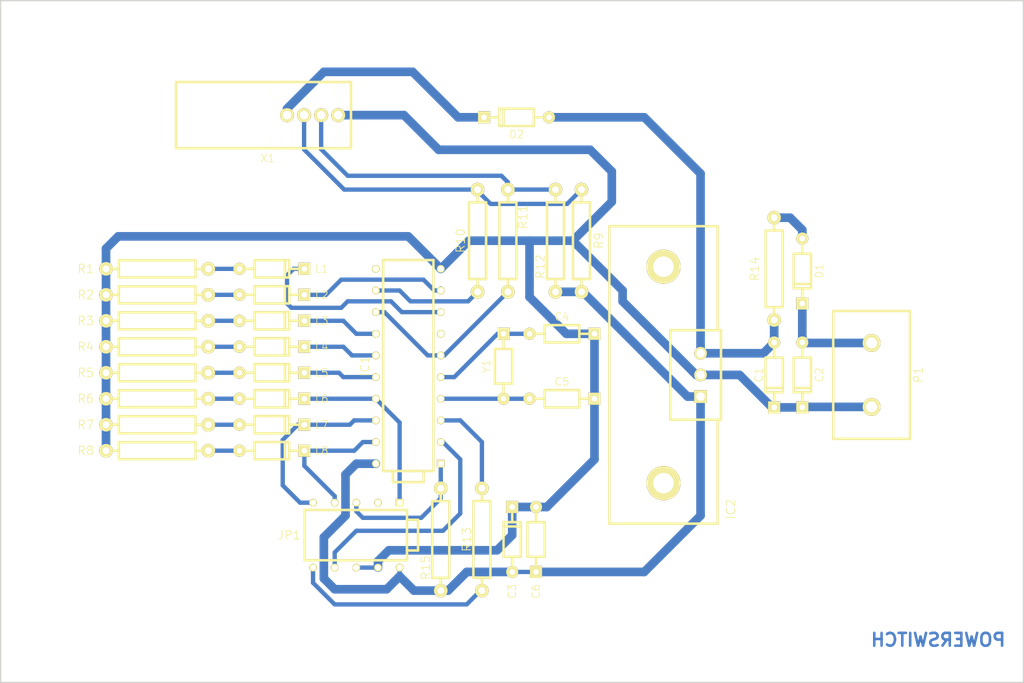
<source format=kicad_pcb>
(kicad_pcb (version 4) (host pcbnew 4.0.0-rc1-stable)

  (general
    (links 68)
    (no_connects 0)
    (area 99.924999 29.924999 220.075001 110.075001)
    (thickness 1.6)
    (drawings 5)
    (tracks 186)
    (zones 0)
    (modules 37)
    (nets 36)
  )

  (page A4)
  (title_block
    (title "POWER SWIRCH")
    (rev 1.0)
    (company "PEDRO MARTIN")
  )

  (layers
    (0 F.Cu signal)
    (31 B.Cu signal)
    (32 B.Adhes user)
    (33 F.Adhes user)
    (34 B.Paste user)
    (35 F.Paste user)
    (36 B.SilkS user)
    (37 F.SilkS user)
    (38 B.Mask user)
    (39 F.Mask user)
    (40 Dwgs.User user)
    (41 Cmts.User user)
    (42 Eco1.User user)
    (43 Eco2.User user)
    (44 Edge.Cuts user)
    (45 Margin user)
    (46 B.CrtYd user)
    (47 F.CrtYd user)
    (48 B.Fab user)
    (49 F.Fab user)
  )

  (setup
    (last_trace_width 1.016)
    (user_trace_width 0.508)
    (user_trace_width 1.016)
    (trace_clearance 0.2)
    (zone_clearance 0.508)
    (zone_45_only no)
    (trace_min 0.2)
    (segment_width 0.2)
    (edge_width 0.15)
    (via_size 0.6)
    (via_drill 0.4)
    (via_min_size 0.4)
    (via_min_drill 0.3)
    (uvia_size 0.3)
    (uvia_drill 0.1)
    (uvias_allowed no)
    (uvia_min_size 0)
    (uvia_min_drill 0)
    (pcb_text_width 0.3)
    (pcb_text_size 1.5 1.5)
    (mod_edge_width 0.15)
    (mod_text_size 1 1)
    (mod_text_width 0.15)
    (pad_size 1.524 1.524)
    (pad_drill 0.762)
    (pad_to_mask_clearance 0.2)
    (aux_axis_origin 0 0)
    (visible_elements FFFFFF7F)
    (pcbplotparams
      (layerselection 0x00020_00000000)
      (usegerberextensions false)
      (excludeedgelayer false)
      (linewidth 0.100000)
      (plotframeref false)
      (viasonmask false)
      (mode 1)
      (useauxorigin false)
      (hpglpennumber 1)
      (hpglpenspeed 20)
      (hpglpendiameter 15)
      (hpglpenoverlay 2)
      (psnegative false)
      (psa4output false)
      (plotreference true)
      (plotvalue true)
      (plotinvisibletext false)
      (padsonsilk false)
      (subtractmaskfromsilk false)
      (outputformat 1)
      (mirror false)
      (drillshape 0)
      (scaleselection 1)
      (outputdirectory ""))
  )

  (net 0 "")
  (net 1 GND)
  (net 2 "Net-(C1-Pad1)")
  (net 3 "Net-(C2-Pad1)")
  (net 4 "Net-(C3-Pad1)")
  (net 5 "Net-(C4-Pad1)")
  (net 6 "Net-(C5-Pad1)")
  (net 7 "Net-(D1-Pad1)")
  (net 8 "Net-(D2-Pad2)")
  (net 9 "Net-(IC1-Pad19)")
  (net 10 "Net-(IC1-Pad18)")
  (net 11 "Net-(IC1-Pad17)")
  (net 12 "Net-(IC1-Pad16)")
  (net 13 "Net-(IC1-Pad15)")
  (net 14 "Net-(IC1-Pad13)")
  (net 15 "Net-(IC1-Pad14)")
  (net 16 "Net-(IC1-Pad1)")
  (net 17 "Net-(IC1-Pad2)")
  (net 18 "Net-(IC1-Pad3)")
  (net 19 "Net-(IC1-Pad7)")
  (net 20 "Net-(IC1-Pad8)")
  (net 21 "Net-(IC1-Pad9)")
  (net 22 "Net-(IC1-Pad11)")
  (net 23 "Net-(IC1-Pad12)")
  (net 24 "Net-(JP1-Pad10)")
  (net 25 "Net-(L1-Pad1)")
  (net 26 "Net-(L2-Pad1)")
  (net 27 "Net-(L3-Pad1)")
  (net 28 "Net-(L4-Pad1)")
  (net 29 "Net-(L5-Pad1)")
  (net 30 "Net-(L6-Pad1)")
  (net 31 "Net-(L7-Pad1)")
  (net 32 "Net-(L8-Pad1)")
  (net 33 "Net-(R10-Pad2)")
  (net 34 "Net-(R11-Pad2)")
  (net 35 "Net-(JP1-Pad3)")

  (net_class Default "This is the default net class."
    (clearance 0.2)
    (trace_width 0.25)
    (via_dia 0.6)
    (via_drill 0.4)
    (uvia_dia 0.3)
    (uvia_drill 0.1)
    (add_net GND)
    (add_net "Net-(C1-Pad1)")
    (add_net "Net-(C2-Pad1)")
    (add_net "Net-(C3-Pad1)")
    (add_net "Net-(C4-Pad1)")
    (add_net "Net-(C5-Pad1)")
    (add_net "Net-(D1-Pad1)")
    (add_net "Net-(D2-Pad2)")
    (add_net "Net-(IC1-Pad1)")
    (add_net "Net-(IC1-Pad11)")
    (add_net "Net-(IC1-Pad12)")
    (add_net "Net-(IC1-Pad13)")
    (add_net "Net-(IC1-Pad14)")
    (add_net "Net-(IC1-Pad15)")
    (add_net "Net-(IC1-Pad16)")
    (add_net "Net-(IC1-Pad17)")
    (add_net "Net-(IC1-Pad18)")
    (add_net "Net-(IC1-Pad19)")
    (add_net "Net-(IC1-Pad2)")
    (add_net "Net-(IC1-Pad3)")
    (add_net "Net-(IC1-Pad7)")
    (add_net "Net-(IC1-Pad8)")
    (add_net "Net-(IC1-Pad9)")
    (add_net "Net-(JP1-Pad10)")
    (add_net "Net-(JP1-Pad3)")
    (add_net "Net-(L1-Pad1)")
    (add_net "Net-(L2-Pad1)")
    (add_net "Net-(L3-Pad1)")
    (add_net "Net-(L4-Pad1)")
    (add_net "Net-(L5-Pad1)")
    (add_net "Net-(L6-Pad1)")
    (add_net "Net-(L7-Pad1)")
    (add_net "Net-(L8-Pad1)")
    (add_net "Net-(R10-Pad2)")
    (add_net "Net-(R11-Pad2)")
  )

  (net_class forty ""
    (clearance 0.2)
    (trace_width 1.016)
    (via_dia 0.6)
    (via_drill 0.4)
    (uvia_dia 0.3)
    (uvia_drill 0.1)
  )

  (net_class twenty ""
    (clearance 0.508)
    (trace_width 0.508)
    (via_dia 0.6)
    (via_drill 0.4)
    (uvia_dia 0.3)
    (uvia_drill 0.1)
  )

  (module modules-Lib:PT-DO35 (layer F.Cu) (tedit 561A9C63) (tstamp 561A9A1C)
    (at 190.754 73.914 270)
    (descr "Diode 3 pas")
    (tags "DIODE DEV")
    (path /5616739E)
    (attr smd)
    (fp_text reference C1 (at 0 1.778 270) (layer F.SilkS)
      (effects (font (size 0.9 0.9) (thickness 0.09)))
    )
    (fp_text value 10u/16V (at 0 0 270) (layer F.SilkS) hide
      (effects (font (size 0.9 0.9) (thickness 0.09)))
    )
    (fp_line (start 2.032 0) (end 3.81 0) (layer F.SilkS) (width 0.3))
    (fp_line (start -2.032 0) (end -3.81 0) (layer F.SilkS) (width 0.3))
    (fp_line (start 1.524 -1.016) (end 1.524 1.016) (layer F.SilkS) (width 0.3))
    (fp_line (start -2.032 -1.016) (end -2.032 1.016) (layer F.SilkS) (width 0.3))
    (fp_line (start -2.032 1.016) (end 2.032 1.016) (layer F.SilkS) (width 0.3))
    (fp_line (start 2.032 1.016) (end 2.032 -1.016) (layer F.SilkS) (width 0.3))
    (fp_line (start 2.032 -1.016) (end -2.032 -1.016) (layer F.SilkS) (width 0.3))
    (pad 2 thru_hole rect (at 3.81 0 270) (size 1.4224 1.4224) (drill 0.65) (layers *.Cu *.Mask F.SilkS)
      (net 1 GND))
    (pad 1 thru_hole circle (at -3.81 0 270) (size 1.4224 1.4224) (drill 0.65) (layers *.Cu *.Mask F.SilkS)
      (net 2 "Net-(C1-Pad1)"))
    (model discret/diode.wrl
      (at (xyz 0 0 0))
      (scale (xyz 0.3 0.3 0.3))
      (rotate (xyz 0 0 0))
    )
  )

  (module modules-Lib:PT-DO35 (layer F.Cu) (tedit 51CC05D0) (tstamp 561A9A22)
    (at 194.056 73.914 270)
    (descr "Diode 3 pas")
    (tags "DIODE DEV")
    (path /5617D033)
    (attr smd)
    (fp_text reference C2 (at 0 -2 270) (layer F.SilkS)
      (effects (font (size 0.9 0.9) (thickness 0.09)))
    )
    (fp_text value 1000u/16V (at 0 0 270) (layer F.SilkS) hide
      (effects (font (size 0.9 0.9) (thickness 0.09)))
    )
    (fp_line (start 2.032 0) (end 3.81 0) (layer F.SilkS) (width 0.3))
    (fp_line (start -2.032 0) (end -3.81 0) (layer F.SilkS) (width 0.3))
    (fp_line (start 1.524 -1.016) (end 1.524 1.016) (layer F.SilkS) (width 0.3))
    (fp_line (start -2.032 -1.016) (end -2.032 1.016) (layer F.SilkS) (width 0.3))
    (fp_line (start -2.032 1.016) (end 2.032 1.016) (layer F.SilkS) (width 0.3))
    (fp_line (start 2.032 1.016) (end 2.032 -1.016) (layer F.SilkS) (width 0.3))
    (fp_line (start 2.032 -1.016) (end -2.032 -1.016) (layer F.SilkS) (width 0.3))
    (pad 2 thru_hole rect (at 3.81 0 270) (size 1.4224 1.4224) (drill 0.65) (layers *.Cu *.Mask F.SilkS)
      (net 1 GND))
    (pad 1 thru_hole circle (at -3.81 0 270) (size 1.4224 1.4224) (drill 0.65) (layers *.Cu *.Mask F.SilkS)
      (net 3 "Net-(C2-Pad1)"))
    (model discret/diode.wrl
      (at (xyz 0 0 0))
      (scale (xyz 0.3 0.3 0.3))
      (rotate (xyz 0 0 0))
    )
  )

  (module modules-Lib:PT-DO35 (layer F.Cu) (tedit 561A9C3C) (tstamp 561A9A28)
    (at 160.02 93.218 90)
    (descr "Diode 3 pas")
    (tags "DIODE DEV")
    (path /56166D95)
    (attr smd)
    (fp_text reference C3 (at -6.096 0 90) (layer F.SilkS)
      (effects (font (size 0.9 0.9) (thickness 0.09)))
    )
    (fp_text value 2u2/16V (at 0 0 90) (layer F.SilkS) hide
      (effects (font (size 0.9 0.9) (thickness 0.09)))
    )
    (fp_line (start 2.032 0) (end 3.81 0) (layer F.SilkS) (width 0.3))
    (fp_line (start -2.032 0) (end -3.81 0) (layer F.SilkS) (width 0.3))
    (fp_line (start 1.524 -1.016) (end 1.524 1.016) (layer F.SilkS) (width 0.3))
    (fp_line (start -2.032 -1.016) (end -2.032 1.016) (layer F.SilkS) (width 0.3))
    (fp_line (start -2.032 1.016) (end 2.032 1.016) (layer F.SilkS) (width 0.3))
    (fp_line (start 2.032 1.016) (end 2.032 -1.016) (layer F.SilkS) (width 0.3))
    (fp_line (start 2.032 -1.016) (end -2.032 -1.016) (layer F.SilkS) (width 0.3))
    (pad 2 thru_hole rect (at 3.81 0 90) (size 1.4224 1.4224) (drill 0.65) (layers *.Cu *.Mask F.SilkS)
      (net 1 GND))
    (pad 1 thru_hole circle (at -3.81 0 90) (size 1.4224 1.4224) (drill 0.65) (layers *.Cu *.Mask F.SilkS)
      (net 4 "Net-(C3-Pad1)"))
    (model discret/diode.wrl
      (at (xyz 0 0 0))
      (scale (xyz 0.3 0.3 0.3))
      (rotate (xyz 0 0 0))
    )
  )

  (module modules-Lib:PT-DO35 (layer F.Cu) (tedit 51CC05D0) (tstamp 561A9A40)
    (at 194.056 61.722 270)
    (descr "Diode 3 pas")
    (tags "DIODE DEV")
    (path /56180899)
    (attr smd)
    (fp_text reference D1 (at 0 -2 270) (layer F.SilkS)
      (effects (font (size 0.9 0.9) (thickness 0.09)))
    )
    (fp_text value 1N4148 (at 0 0 270) (layer F.SilkS) hide
      (effects (font (size 0.9 0.9) (thickness 0.09)))
    )
    (fp_line (start 2.032 0) (end 3.81 0) (layer F.SilkS) (width 0.3))
    (fp_line (start -2.032 0) (end -3.81 0) (layer F.SilkS) (width 0.3))
    (fp_line (start 1.524 -1.016) (end 1.524 1.016) (layer F.SilkS) (width 0.3))
    (fp_line (start -2.032 -1.016) (end -2.032 1.016) (layer F.SilkS) (width 0.3))
    (fp_line (start -2.032 1.016) (end 2.032 1.016) (layer F.SilkS) (width 0.3))
    (fp_line (start 2.032 1.016) (end 2.032 -1.016) (layer F.SilkS) (width 0.3))
    (fp_line (start 2.032 -1.016) (end -2.032 -1.016) (layer F.SilkS) (width 0.3))
    (pad 2 thru_hole rect (at 3.81 0 270) (size 1.4224 1.4224) (drill 0.65) (layers *.Cu *.Mask F.SilkS)
      (net 3 "Net-(C2-Pad1)"))
    (pad 1 thru_hole circle (at -3.81 0 270) (size 1.4224 1.4224) (drill 0.65) (layers *.Cu *.Mask F.SilkS)
      (net 7 "Net-(D1-Pad1)"))
    (model discret/diode.wrl
      (at (xyz 0 0 0))
      (scale (xyz 0.3 0.3 0.3))
      (rotate (xyz 0 0 0))
    )
  )

  (module modules-Lib:PT-DO35 (layer F.Cu) (tedit 51CC05D0) (tstamp 561A9A46)
    (at 160.528 43.688 180)
    (descr "Diode 3 pas")
    (tags "DIODE DEV")
    (path /56169D23)
    (attr smd)
    (fp_text reference D2 (at 0 -2 180) (layer F.SilkS)
      (effects (font (size 0.9 0.9) (thickness 0.09)))
    )
    (fp_text value 1N4148 (at 0 0 180) (layer F.SilkS) hide
      (effects (font (size 0.9 0.9) (thickness 0.09)))
    )
    (fp_line (start 2.032 0) (end 3.81 0) (layer F.SilkS) (width 0.3))
    (fp_line (start -2.032 0) (end -3.81 0) (layer F.SilkS) (width 0.3))
    (fp_line (start 1.524 -1.016) (end 1.524 1.016) (layer F.SilkS) (width 0.3))
    (fp_line (start -2.032 -1.016) (end -2.032 1.016) (layer F.SilkS) (width 0.3))
    (fp_line (start -2.032 1.016) (end 2.032 1.016) (layer F.SilkS) (width 0.3))
    (fp_line (start 2.032 1.016) (end 2.032 -1.016) (layer F.SilkS) (width 0.3))
    (fp_line (start 2.032 -1.016) (end -2.032 -1.016) (layer F.SilkS) (width 0.3))
    (pad 2 thru_hole rect (at 3.81 0 180) (size 1.4224 1.4224) (drill 0.65) (layers *.Cu *.Mask F.SilkS)
      (net 8 "Net-(D2-Pad2)"))
    (pad 1 thru_hole circle (at -3.81 0 180) (size 1.4224 1.4224) (drill 0.65) (layers *.Cu *.Mask F.SilkS)
      (net 2 "Net-(C1-Pad1)"))
    (model discret/diode.wrl
      (at (xyz 0 0 0))
      (scale (xyz 0.3 0.3 0.3))
      (rotate (xyz 0 0 0))
    )
  )

  (module modules-Lib:PT-PDIP20 (layer F.Cu) (tedit 561A5865) (tstamp 561A9A5E)
    (at 147.828 72.898 90)
    (path /56162DF1)
    (attr smd)
    (fp_text reference IC1 (at 0 -5.08 90) (layer F.SilkS)
      (effects (font (size 1 1) (thickness 0.1)))
    )
    (fp_text value AT90S2313-P (at 0 5.08 90) (layer F.SilkS) hide
      (effects (font (size 1 1) (thickness 0.15)))
    )
    (fp_line (start -12.29 -2.95) (end 12.46 -2.95) (layer F.SilkS) (width 0.3))
    (fp_line (start -12.29 2.95) (end 12.46 2.95) (layer F.SilkS) (width 0.3))
    (fp_line (start -12.29 1.8) (end -13.59 1.8) (layer F.SilkS) (width 0.3))
    (fp_line (start -12.29 -1.8) (end -13.59 -1.8) (layer F.SilkS) (width 0.3))
    (fp_line (start -13.59 -1.8) (end -13.59 1.8) (layer F.SilkS) (width 0.3))
    (fp_line (start 12.46 -2.95) (end 12.46 2.95) (layer F.SilkS) (width 0.3))
    (fp_line (start -12.29 2.95) (end -12.29 -2.95) (layer F.SilkS) (width 0.3))
    (pad 20 thru_hole circle (at -11.43 -3.81 90) (size 0.9 0.9) (drill 0.6) (layers *.Cu *.Mask F.SilkS)
      (net 4 "Net-(C3-Pad1)"))
    (pad 19 thru_hole circle (at -8.89 -3.81 90) (size 0.9 0.9) (drill 0.6) (layers *.Cu *.Mask F.SilkS)
      (net 9 "Net-(IC1-Pad19)"))
    (pad 18 thru_hole circle (at -6.35 -3.81 90) (size 0.9 0.9) (drill 0.6) (layers *.Cu *.Mask F.SilkS)
      (net 10 "Net-(IC1-Pad18)"))
    (pad 17 thru_hole circle (at -3.81 -3.81 90) (size 0.9 0.9) (drill 0.6) (layers *.Cu *.Mask F.SilkS)
      (net 11 "Net-(IC1-Pad17)"))
    (pad 16 thru_hole circle (at -1.27 -3.81 90) (size 0.9 0.9) (drill 0.6) (layers *.Cu *.Mask F.SilkS)
      (net 12 "Net-(IC1-Pad16)"))
    (pad 15 thru_hole circle (at 1.27 -3.81 90) (size 0.9 0.9) (drill 0.6) (layers *.Cu *.Mask F.SilkS)
      (net 13 "Net-(IC1-Pad15)"))
    (pad 13 thru_hole circle (at 6.35 -3.81 90) (size 0.9 0.9) (drill 0.6) (layers *.Cu *.Mask F.SilkS)
      (net 14 "Net-(IC1-Pad13)"))
    (pad 14 thru_hole circle (at 3.81 -3.81 90) (size 0.9 0.9) (drill 0.6) (layers *.Cu *.Mask F.SilkS)
      (net 15 "Net-(IC1-Pad14)"))
    (pad 1 thru_hole rect (at -11.43 3.81 90) (size 0.9 0.9) (drill 0.6) (layers *.Cu *.Mask F.SilkS)
      (net 16 "Net-(IC1-Pad1)"))
    (pad 2 thru_hole circle (at -8.89 3.81 90) (size 0.9 0.9) (drill 0.6) (layers *.Cu *.Mask F.SilkS)
      (net 17 "Net-(IC1-Pad2)"))
    (pad 3 thru_hole circle (at -6.35 3.81 90) (size 0.9 0.9) (drill 0.6) (layers *.Cu *.Mask F.SilkS)
      (net 18 "Net-(IC1-Pad3)"))
    (pad 4 thru_hole circle (at -3.81 3.81 90) (size 0.9 0.9) (drill 0.6) (layers *.Cu *.Mask F.SilkS)
      (net 6 "Net-(C5-Pad1)"))
    (pad 5 thru_hole circle (at -1.27 3.81 90) (size 0.9 0.9) (drill 0.6) (layers *.Cu *.Mask F.SilkS)
      (net 5 "Net-(C4-Pad1)"))
    (pad 6 thru_hole circle (at 1.27 3.81 90) (size 0.9 0.9) (drill 0.6) (layers *.Cu *.Mask F.SilkS)
      (net 14 "Net-(IC1-Pad13)"))
    (pad 7 thru_hole circle (at 3.81 3.81 90) (size 0.9 0.9) (drill 0.6) (layers *.Cu *.Mask F.SilkS)
      (net 19 "Net-(IC1-Pad7)"))
    (pad 8 thru_hole circle (at 6.35 3.81 90) (size 0.9 0.9) (drill 0.6) (layers *.Cu *.Mask F.SilkS)
      (net 20 "Net-(IC1-Pad8)"))
    (pad 10 thru_hole circle (at 11.43 3.81 90) (size 0.9 0.9) (drill 0.6) (layers *.Cu *.Mask F.SilkS)
      (net 1 GND))
    (pad 9 thru_hole circle (at 8.89 3.81 90) (size 0.9 0.9) (drill 0.6) (layers *.Cu *.Mask F.SilkS)
      (net 21 "Net-(IC1-Pad9)"))
    (pad 11 thru_hole circle (at 11.43 -3.81 90) (size 0.9 0.9) (drill 0.6) (layers *.Cu *.Mask F.SilkS)
      (net 22 "Net-(IC1-Pad11)"))
    (pad 12 thru_hole circle (at 8.89 -3.81 90) (size 0.9 0.9) (drill 0.6) (layers *.Cu *.Mask F.SilkS)
      (net 23 "Net-(IC1-Pad12)"))
  )

  (module modules-Lib:PT-CONN2-7.5mm (layer F.Cu) (tedit 532827A3) (tstamp 561A9AAA)
    (at 202.184 73.914 270)
    (path /561C219B)
    (attr smd)
    (fp_text reference P1 (at 0 -5.5 270) (layer F.SilkS)
      (effects (font (size 1 1) (thickness 0.1)))
    )
    (fp_text value "12V DC" (at 0 6 270) (layer F.SilkS) hide
      (effects (font (size 1 1) (thickness 0.1)))
    )
    (fp_line (start -7.5 4.5) (end 7.5 4.5) (layer F.SilkS) (width 0.3))
    (fp_line (start -7.5 -4.5) (end 7.5 -4.5) (layer F.SilkS) (width 0.3))
    (fp_line (start 7.5 -4.5) (end 7.5 4.5) (layer F.SilkS) (width 0.3))
    (fp_line (start -7.5 -4.5) (end -7.5 4.5) (layer F.SilkS) (width 0.3))
    (pad 1 thru_hole circle (at -3.74904 0 270) (size 2.10058 2.10058) (drill 1.30048) (layers *.Cu *.Mask F.SilkS)
      (net 3 "Net-(C2-Pad1)"))
    (pad 2 thru_hole circle (at 3.74904 0 270) (size 2.10058 2.10058) (drill 1.30048) (layers *.Cu *.Mask F.SilkS)
      (net 1 GND))
  )

  (module modules-Lib:R7 (layer F.Cu) (tedit 561A9E23) (tstamp 561A9AB0)
    (at 118.364 61.468 180)
    (path /5616EA39)
    (attr smd)
    (fp_text reference R1 (at 8.382 0 180) (layer F.SilkS)
      (effects (font (size 1 1) (thickness 0.1)))
    )
    (fp_text value 1K (at 0 2 180) (layer F.SilkS) hide
      (effects (font (size 1 1) (thickness 0.1)))
    )
    (fp_line (start 4.5 0) (end 5.5 0) (layer F.SilkS) (width 0.3))
    (fp_line (start -5.5 0) (end -4.5 0) (layer F.SilkS) (width 0.3))
    (fp_line (start -4.5 -1) (end 4.5 -1) (layer F.SilkS) (width 0.3))
    (fp_line (start 4.5 -1) (end 4.5 1) (layer F.SilkS) (width 0.3))
    (fp_line (start 4.5 1) (end -4.5 1) (layer F.SilkS) (width 0.3))
    (fp_line (start -4.5 1) (end -4.5 -1) (layer F.SilkS) (width 0.3))
    (pad 1 thru_hole circle (at -6 0 180) (size 1.6 1.6) (drill 0.8) (layers *.Cu *.Mask F.SilkS)
      (net 25 "Net-(L1-Pad1)"))
    (pad 2 thru_hole circle (at 6 0 180) (size 1.6 1.6) (drill 0.8) (layers *.Cu *.Mask F.SilkS)
      (net 1 GND))
  )

  (module modules-Lib:R7 (layer F.Cu) (tedit 561A9BE6) (tstamp 561A9AB6)
    (at 118.364 64.516 180)
    (path /5616FA63)
    (attr smd)
    (fp_text reference R2 (at 8.382 0 180) (layer F.SilkS)
      (effects (font (size 1 1) (thickness 0.1)))
    )
    (fp_text value 1K (at 0 2 180) (layer F.SilkS) hide
      (effects (font (size 1 1) (thickness 0.1)))
    )
    (fp_line (start 4.5 0) (end 5.5 0) (layer F.SilkS) (width 0.3))
    (fp_line (start -5.5 0) (end -4.5 0) (layer F.SilkS) (width 0.3))
    (fp_line (start -4.5 -1) (end 4.5 -1) (layer F.SilkS) (width 0.3))
    (fp_line (start 4.5 -1) (end 4.5 1) (layer F.SilkS) (width 0.3))
    (fp_line (start 4.5 1) (end -4.5 1) (layer F.SilkS) (width 0.3))
    (fp_line (start -4.5 1) (end -4.5 -1) (layer F.SilkS) (width 0.3))
    (pad 1 thru_hole circle (at -6 0 180) (size 1.6 1.6) (drill 0.8) (layers *.Cu *.Mask F.SilkS)
      (net 26 "Net-(L2-Pad1)"))
    (pad 2 thru_hole circle (at 6 0 180) (size 1.6 1.6) (drill 0.8) (layers *.Cu *.Mask F.SilkS)
      (net 1 GND))
  )

  (module modules-Lib:R7 (layer F.Cu) (tedit 561A9BE0) (tstamp 561A9ABC)
    (at 118.364 67.564 180)
    (path /56170E29)
    (attr smd)
    (fp_text reference R3 (at 8.382 0 180) (layer F.SilkS)
      (effects (font (size 1 1) (thickness 0.1)))
    )
    (fp_text value 1K (at 0 2 180) (layer F.SilkS) hide
      (effects (font (size 1 1) (thickness 0.1)))
    )
    (fp_line (start 4.5 0) (end 5.5 0) (layer F.SilkS) (width 0.3))
    (fp_line (start -5.5 0) (end -4.5 0) (layer F.SilkS) (width 0.3))
    (fp_line (start -4.5 -1) (end 4.5 -1) (layer F.SilkS) (width 0.3))
    (fp_line (start 4.5 -1) (end 4.5 1) (layer F.SilkS) (width 0.3))
    (fp_line (start 4.5 1) (end -4.5 1) (layer F.SilkS) (width 0.3))
    (fp_line (start -4.5 1) (end -4.5 -1) (layer F.SilkS) (width 0.3))
    (pad 1 thru_hole circle (at -6 0 180) (size 1.6 1.6) (drill 0.8) (layers *.Cu *.Mask F.SilkS)
      (net 27 "Net-(L3-Pad1)"))
    (pad 2 thru_hole circle (at 6 0 180) (size 1.6 1.6) (drill 0.8) (layers *.Cu *.Mask F.SilkS)
      (net 1 GND))
  )

  (module modules-Lib:R7 (layer F.Cu) (tedit 561A9BDA) (tstamp 561A9AC2)
    (at 118.364 70.612 180)
    (path /56170E35)
    (attr smd)
    (fp_text reference R4 (at 8.382 0 180) (layer F.SilkS)
      (effects (font (size 1 1) (thickness 0.1)))
    )
    (fp_text value 1K (at 0 2 180) (layer F.SilkS) hide
      (effects (font (size 1 1) (thickness 0.1)))
    )
    (fp_line (start 4.5 0) (end 5.5 0) (layer F.SilkS) (width 0.3))
    (fp_line (start -5.5 0) (end -4.5 0) (layer F.SilkS) (width 0.3))
    (fp_line (start -4.5 -1) (end 4.5 -1) (layer F.SilkS) (width 0.3))
    (fp_line (start 4.5 -1) (end 4.5 1) (layer F.SilkS) (width 0.3))
    (fp_line (start 4.5 1) (end -4.5 1) (layer F.SilkS) (width 0.3))
    (fp_line (start -4.5 1) (end -4.5 -1) (layer F.SilkS) (width 0.3))
    (pad 1 thru_hole circle (at -6 0 180) (size 1.6 1.6) (drill 0.8) (layers *.Cu *.Mask F.SilkS)
      (net 28 "Net-(L4-Pad1)"))
    (pad 2 thru_hole circle (at 6 0 180) (size 1.6 1.6) (drill 0.8) (layers *.Cu *.Mask F.SilkS)
      (net 1 GND))
  )

  (module modules-Lib:R7 (layer F.Cu) (tedit 561A9BD4) (tstamp 561A9AC8)
    (at 118.364 73.66 180)
    (path /561713B4)
    (attr smd)
    (fp_text reference R5 (at 8.382 0 180) (layer F.SilkS)
      (effects (font (size 1 1) (thickness 0.1)))
    )
    (fp_text value 1K (at 0 2 180) (layer F.SilkS) hide
      (effects (font (size 1 1) (thickness 0.1)))
    )
    (fp_line (start 4.5 0) (end 5.5 0) (layer F.SilkS) (width 0.3))
    (fp_line (start -5.5 0) (end -4.5 0) (layer F.SilkS) (width 0.3))
    (fp_line (start -4.5 -1) (end 4.5 -1) (layer F.SilkS) (width 0.3))
    (fp_line (start 4.5 -1) (end 4.5 1) (layer F.SilkS) (width 0.3))
    (fp_line (start 4.5 1) (end -4.5 1) (layer F.SilkS) (width 0.3))
    (fp_line (start -4.5 1) (end -4.5 -1) (layer F.SilkS) (width 0.3))
    (pad 1 thru_hole circle (at -6 0 180) (size 1.6 1.6) (drill 0.8) (layers *.Cu *.Mask F.SilkS)
      (net 29 "Net-(L5-Pad1)"))
    (pad 2 thru_hole circle (at 6 0 180) (size 1.6 1.6) (drill 0.8) (layers *.Cu *.Mask F.SilkS)
      (net 1 GND))
  )

  (module modules-Lib:R7 (layer F.Cu) (tedit 561A9BCB) (tstamp 561A9ACE)
    (at 118.364 76.708 180)
    (path /561713C0)
    (attr smd)
    (fp_text reference R6 (at 8.382 0 180) (layer F.SilkS)
      (effects (font (size 1 1) (thickness 0.1)))
    )
    (fp_text value 1K (at 0 2 180) (layer F.SilkS) hide
      (effects (font (size 1 1) (thickness 0.1)))
    )
    (fp_line (start 4.5 0) (end 5.5 0) (layer F.SilkS) (width 0.3))
    (fp_line (start -5.5 0) (end -4.5 0) (layer F.SilkS) (width 0.3))
    (fp_line (start -4.5 -1) (end 4.5 -1) (layer F.SilkS) (width 0.3))
    (fp_line (start 4.5 -1) (end 4.5 1) (layer F.SilkS) (width 0.3))
    (fp_line (start 4.5 1) (end -4.5 1) (layer F.SilkS) (width 0.3))
    (fp_line (start -4.5 1) (end -4.5 -1) (layer F.SilkS) (width 0.3))
    (pad 1 thru_hole circle (at -6 0 180) (size 1.6 1.6) (drill 0.8) (layers *.Cu *.Mask F.SilkS)
      (net 30 "Net-(L6-Pad1)"))
    (pad 2 thru_hole circle (at 6 0 180) (size 1.6 1.6) (drill 0.8) (layers *.Cu *.Mask F.SilkS)
      (net 1 GND))
  )

  (module modules-Lib:R7 (layer F.Cu) (tedit 561A9BC5) (tstamp 561A9AD4)
    (at 118.364 79.756 180)
    (path /561713CC)
    (attr smd)
    (fp_text reference R7 (at 8.382 0 180) (layer F.SilkS)
      (effects (font (size 1 1) (thickness 0.1)))
    )
    (fp_text value 1K (at 0 2 180) (layer F.SilkS) hide
      (effects (font (size 1 1) (thickness 0.1)))
    )
    (fp_line (start 4.5 0) (end 5.5 0) (layer F.SilkS) (width 0.3))
    (fp_line (start -5.5 0) (end -4.5 0) (layer F.SilkS) (width 0.3))
    (fp_line (start -4.5 -1) (end 4.5 -1) (layer F.SilkS) (width 0.3))
    (fp_line (start 4.5 -1) (end 4.5 1) (layer F.SilkS) (width 0.3))
    (fp_line (start 4.5 1) (end -4.5 1) (layer F.SilkS) (width 0.3))
    (fp_line (start -4.5 1) (end -4.5 -1) (layer F.SilkS) (width 0.3))
    (pad 1 thru_hole circle (at -6 0 180) (size 1.6 1.6) (drill 0.8) (layers *.Cu *.Mask F.SilkS)
      (net 31 "Net-(L7-Pad1)"))
    (pad 2 thru_hole circle (at 6 0 180) (size 1.6 1.6) (drill 0.8) (layers *.Cu *.Mask F.SilkS)
      (net 1 GND))
  )

  (module modules-Lib:R7 (layer F.Cu) (tedit 561A9BBE) (tstamp 561A9ADA)
    (at 118.364 82.804 180)
    (path /561713D8)
    (attr smd)
    (fp_text reference R8 (at 8.382 0 180) (layer F.SilkS)
      (effects (font (size 1 1) (thickness 0.1)))
    )
    (fp_text value 1K (at 0 2 180) (layer F.SilkS) hide
      (effects (font (size 1 1) (thickness 0.1)))
    )
    (fp_line (start 4.5 0) (end 5.5 0) (layer F.SilkS) (width 0.3))
    (fp_line (start -5.5 0) (end -4.5 0) (layer F.SilkS) (width 0.3))
    (fp_line (start -4.5 -1) (end 4.5 -1) (layer F.SilkS) (width 0.3))
    (fp_line (start 4.5 -1) (end 4.5 1) (layer F.SilkS) (width 0.3))
    (fp_line (start 4.5 1) (end -4.5 1) (layer F.SilkS) (width 0.3))
    (fp_line (start -4.5 1) (end -4.5 -1) (layer F.SilkS) (width 0.3))
    (pad 1 thru_hole circle (at -6 0 180) (size 1.6 1.6) (drill 0.8) (layers *.Cu *.Mask F.SilkS)
      (net 32 "Net-(L8-Pad1)"))
    (pad 2 thru_hole circle (at 6 0 180) (size 1.6 1.6) (drill 0.8) (layers *.Cu *.Mask F.SilkS)
      (net 1 GND))
  )

  (module modules-Lib:R7 (layer F.Cu) (tedit 561A9C21) (tstamp 561A9AE0)
    (at 168.148 58.166 90)
    (path /56167E54)
    (attr smd)
    (fp_text reference R9 (at 0 2.032 90) (layer F.SilkS)
      (effects (font (size 1 1) (thickness 0.1)))
    )
    (fp_text value 1K5 (at 0 2 90) (layer F.SilkS) hide
      (effects (font (size 1 1) (thickness 0.1)))
    )
    (fp_line (start 4.5 0) (end 5.5 0) (layer F.SilkS) (width 0.3))
    (fp_line (start -5.5 0) (end -4.5 0) (layer F.SilkS) (width 0.3))
    (fp_line (start -4.5 -1) (end 4.5 -1) (layer F.SilkS) (width 0.3))
    (fp_line (start 4.5 -1) (end 4.5 1) (layer F.SilkS) (width 0.3))
    (fp_line (start 4.5 1) (end -4.5 1) (layer F.SilkS) (width 0.3))
    (fp_line (start -4.5 1) (end -4.5 -1) (layer F.SilkS) (width 0.3))
    (pad 1 thru_hole circle (at -6 0 90) (size 1.6 1.6) (drill 0.8) (layers *.Cu *.Mask F.SilkS)
      (net 4 "Net-(C3-Pad1)"))
    (pad 2 thru_hole circle (at 6 0 90) (size 1.6 1.6) (drill 0.8) (layers *.Cu *.Mask F.SilkS)
      (net 33 "Net-(R10-Pad2)"))
  )

  (module modules-Lib:R7 (layer F.Cu) (tedit 53281460) (tstamp 561A9AE6)
    (at 155.956 58.166 90)
    (path /56169252)
    (attr smd)
    (fp_text reference R10 (at 0 -2 90) (layer F.SilkS)
      (effects (font (size 1 1) (thickness 0.1)))
    )
    (fp_text value 68R (at 0 2 90) (layer F.SilkS) hide
      (effects (font (size 1 1) (thickness 0.1)))
    )
    (fp_line (start 4.5 0) (end 5.5 0) (layer F.SilkS) (width 0.3))
    (fp_line (start -5.5 0) (end -4.5 0) (layer F.SilkS) (width 0.3))
    (fp_line (start -4.5 -1) (end 4.5 -1) (layer F.SilkS) (width 0.3))
    (fp_line (start 4.5 -1) (end 4.5 1) (layer F.SilkS) (width 0.3))
    (fp_line (start 4.5 1) (end -4.5 1) (layer F.SilkS) (width 0.3))
    (fp_line (start -4.5 1) (end -4.5 -1) (layer F.SilkS) (width 0.3))
    (pad 1 thru_hole circle (at -6 0 90) (size 1.6 1.6) (drill 0.8) (layers *.Cu *.Mask F.SilkS)
      (net 23 "Net-(IC1-Pad12)"))
    (pad 2 thru_hole circle (at 6 0 90) (size 1.6 1.6) (drill 0.8) (layers *.Cu *.Mask F.SilkS)
      (net 33 "Net-(R10-Pad2)"))
  )

  (module modules-Lib:R7 (layer F.Cu) (tedit 561A9C16) (tstamp 561A9AEC)
    (at 159.512 58.166 90)
    (path /56169258)
    (attr smd)
    (fp_text reference R11 (at 2.794 1.778 90) (layer F.SilkS)
      (effects (font (size 1 1) (thickness 0.1)))
    )
    (fp_text value 68R (at 0 2 90) (layer F.SilkS) hide
      (effects (font (size 1 1) (thickness 0.1)))
    )
    (fp_line (start 4.5 0) (end 5.5 0) (layer F.SilkS) (width 0.3))
    (fp_line (start -5.5 0) (end -4.5 0) (layer F.SilkS) (width 0.3))
    (fp_line (start -4.5 -1) (end 4.5 -1) (layer F.SilkS) (width 0.3))
    (fp_line (start 4.5 -1) (end 4.5 1) (layer F.SilkS) (width 0.3))
    (fp_line (start 4.5 1) (end -4.5 1) (layer F.SilkS) (width 0.3))
    (fp_line (start -4.5 1) (end -4.5 -1) (layer F.SilkS) (width 0.3))
    (pad 1 thru_hole circle (at -6 0 90) (size 1.6 1.6) (drill 0.8) (layers *.Cu *.Mask F.SilkS)
      (net 14 "Net-(IC1-Pad13)"))
    (pad 2 thru_hole circle (at 6 0 90) (size 1.6 1.6) (drill 0.8) (layers *.Cu *.Mask F.SilkS)
      (net 34 "Net-(R11-Pad2)"))
  )

  (module modules-Lib:R7 (layer F.Cu) (tedit 561A9C1B) (tstamp 561A9AF2)
    (at 165.1 58.166 90)
    (path /561682D7)
    (attr smd)
    (fp_text reference R12 (at -3.048 -1.778 90) (layer F.SilkS)
      (effects (font (size 1 1) (thickness 0.1)))
    )
    (fp_text value 1M (at 0 2 90) (layer F.SilkS) hide
      (effects (font (size 1 1) (thickness 0.1)))
    )
    (fp_line (start 4.5 0) (end 5.5 0) (layer F.SilkS) (width 0.3))
    (fp_line (start -5.5 0) (end -4.5 0) (layer F.SilkS) (width 0.3))
    (fp_line (start -4.5 -1) (end 4.5 -1) (layer F.SilkS) (width 0.3))
    (fp_line (start 4.5 -1) (end 4.5 1) (layer F.SilkS) (width 0.3))
    (fp_line (start 4.5 1) (end -4.5 1) (layer F.SilkS) (width 0.3))
    (fp_line (start -4.5 1) (end -4.5 -1) (layer F.SilkS) (width 0.3))
    (pad 1 thru_hole circle (at -6 0 90) (size 1.6 1.6) (drill 0.8) (layers *.Cu *.Mask F.SilkS)
      (net 4 "Net-(C3-Pad1)"))
    (pad 2 thru_hole circle (at 6 0 90) (size 1.6 1.6) (drill 0.8) (layers *.Cu *.Mask F.SilkS)
      (net 34 "Net-(R11-Pad2)"))
  )

  (module modules-Lib:R7 (layer F.Cu) (tedit 561A9C48) (tstamp 561A9AF8)
    (at 156.464 93.218 270)
    (path /5616B753)
    (attr smd)
    (fp_text reference R13 (at 0 1.778 270) (layer F.SilkS)
      (effects (font (size 1 1) (thickness 0.1)))
    )
    (fp_text value 10K (at 0 2 270) (layer F.SilkS) hide
      (effects (font (size 1 1) (thickness 0.1)))
    )
    (fp_line (start 4.5 0) (end 5.5 0) (layer F.SilkS) (width 0.3))
    (fp_line (start -5.5 0) (end -4.5 0) (layer F.SilkS) (width 0.3))
    (fp_line (start -4.5 -1) (end 4.5 -1) (layer F.SilkS) (width 0.3))
    (fp_line (start 4.5 -1) (end 4.5 1) (layer F.SilkS) (width 0.3))
    (fp_line (start 4.5 1) (end -4.5 1) (layer F.SilkS) (width 0.3))
    (fp_line (start -4.5 1) (end -4.5 -1) (layer F.SilkS) (width 0.3))
    (pad 1 thru_hole circle (at -6 0 270) (size 1.6 1.6) (drill 0.8) (layers *.Cu *.Mask F.SilkS)
      (net 18 "Net-(IC1-Pad3)"))
    (pad 2 thru_hole circle (at 6 0 270) (size 1.6 1.6) (drill 0.8) (layers *.Cu *.Mask F.SilkS)
      (net 24 "Net-(JP1-Pad10)"))
  )

  (module modules-Lib:R7 (layer F.Cu) (tedit 561A9C5D) (tstamp 561A9AFE)
    (at 190.754 61.468 270)
    (path /5617FC93)
    (attr smd)
    (fp_text reference R14 (at 0 2.286 270) (layer F.SilkS)
      (effects (font (size 1 1) (thickness 0.1)))
    )
    (fp_text value 330R (at 0 2 270) (layer F.SilkS) hide
      (effects (font (size 1 1) (thickness 0.1)))
    )
    (fp_line (start 4.5 0) (end 5.5 0) (layer F.SilkS) (width 0.3))
    (fp_line (start -5.5 0) (end -4.5 0) (layer F.SilkS) (width 0.3))
    (fp_line (start -4.5 -1) (end 4.5 -1) (layer F.SilkS) (width 0.3))
    (fp_line (start 4.5 -1) (end 4.5 1) (layer F.SilkS) (width 0.3))
    (fp_line (start 4.5 1) (end -4.5 1) (layer F.SilkS) (width 0.3))
    (fp_line (start -4.5 1) (end -4.5 -1) (layer F.SilkS) (width 0.3))
    (pad 1 thru_hole circle (at -6 0 270) (size 1.6 1.6) (drill 0.8) (layers *.Cu *.Mask F.SilkS)
      (net 7 "Net-(D1-Pad1)"))
    (pad 2 thru_hole circle (at 6 0 270) (size 1.6 1.6) (drill 0.8) (layers *.Cu *.Mask F.SilkS)
      (net 2 "Net-(C1-Pad1)"))
  )

  (module modules-Lib:R7 (layer F.Cu) (tedit 561A9C33) (tstamp 561A9B04)
    (at 151.638 93.218 90)
    (path /561667F6)
    (attr smd)
    (fp_text reference R15 (at -3.302 -1.778 90) (layer F.SilkS)
      (effects (font (size 1 1) (thickness 0.1)))
    )
    (fp_text value 10K (at 0 2 90) (layer F.SilkS) hide
      (effects (font (size 1 1) (thickness 0.1)))
    )
    (fp_line (start 4.5 0) (end 5.5 0) (layer F.SilkS) (width 0.3))
    (fp_line (start -5.5 0) (end -4.5 0) (layer F.SilkS) (width 0.3))
    (fp_line (start -4.5 -1) (end 4.5 -1) (layer F.SilkS) (width 0.3))
    (fp_line (start 4.5 -1) (end 4.5 1) (layer F.SilkS) (width 0.3))
    (fp_line (start 4.5 1) (end -4.5 1) (layer F.SilkS) (width 0.3))
    (fp_line (start -4.5 1) (end -4.5 -1) (layer F.SilkS) (width 0.3))
    (pad 1 thru_hole circle (at -6 0 90) (size 1.6 1.6) (drill 0.8) (layers *.Cu *.Mask F.SilkS)
      (net 4 "Net-(C3-Pad1)"))
    (pad 2 thru_hole circle (at 6 0 90) (size 1.6 1.6) (drill 0.8) (layers *.Cu *.Mask F.SilkS)
      (net 16 "Net-(IC1-Pad1)"))
  )

  (module modules-Lib:PT-TE292336 (layer F.Cu) (tedit 561A9BFF) (tstamp 561A9B10)
    (at 133.604 43.434 270)
    (path /56167885)
    (attr smd)
    (fp_text reference X1 (at 5.08 2.286 360) (layer F.SilkS)
      (effects (font (size 0.889 0.889) (thickness 0.0889)))
    )
    (fp_text value USB (at 0 21.19884 270) (layer F.SilkS) hide
      (effects (font (thickness 0.3048)))
    )
    (fp_line (start 3.88112 13.0302) (end 3.88112 -7.50062) (layer F.SilkS) (width 0.29972))
    (fp_line (start 3.88112 -7.50062) (end -3.88112 -7.50062) (layer F.SilkS) (width 0.29972))
    (fp_line (start -3.88112 -7.50062) (end -3.88112 13.0302) (layer F.SilkS) (width 0.29972))
    (fp_line (start 3.88112 13.0302) (end -3.88112 13.0302) (layer F.SilkS) (width 0.29972))
    (pad "" np_thru_hole circle (at 2.72034 -6.26872 270) (size 1.40462 1.40462) (drill 1.40462) (layers *.Cu *.Mask F.SilkS))
    (pad "" np_thru_hole circle (at 2.72034 1.27 270) (size 1.40462 1.40462) (drill 1.40462) (layers *.Cu *.Mask F.SilkS))
    (pad "" np_thru_hole circle (at -2.72034 1.27 270) (size 1.40462 1.40462) (drill 1.40462) (layers *.Cu *.Mask F.SilkS))
    (pad "" np_thru_hole circle (at -2.72034 -6.26872 270) (size 1.40462 1.40462) (drill 1.40462) (layers *.Cu *.Mask F.SilkS))
    (pad 4 thru_hole circle (at 0 -5.99948 270) (size 1.651 1.651) (drill 1.00076) (layers *.Cu *.Mask F.SilkS)
      (net 1 GND))
    (pad 3 thru_hole circle (at 0 -4.0005 270) (size 1.651 1.651) (drill 1.00076) (layers *.Cu *.Mask F.SilkS)
      (net 34 "Net-(R11-Pad2)"))
    (pad 2 thru_hole circle (at 0 -1.99898 270) (size 1.651 1.651) (drill 1.00076) (layers *.Cu *.Mask F.SilkS)
      (net 33 "Net-(R10-Pad2)"))
    (pad 1 thru_hole circle (at 0 0 270) (size 1.651 1.651) (drill 1.00076) (layers *.Cu *.Mask F.SilkS)
      (net 8 "Net-(D2-Pad2)"))
  )

  (module modules-Lib:PT-TO220AB (layer F.Cu) (tedit 561A9C51) (tstamp 561A9B91)
    (at 182.118 73.914 90)
    (path /561660E7)
    (attr smd)
    (fp_text reference IC2 (at -15.748 3.556 90) (layer F.SilkS)
      (effects (font (size 1 1) (thickness 0.1)))
    )
    (fp_text value LE35CZ (at 0 3.81 90) (layer F.SilkS) hide
      (effects (font (size 1 1) (thickness 0.1)))
    )
    (fp_line (start -17.45 2) (end -5.25 2) (layer F.SilkS) (width 0.3))
    (fp_line (start -17.45 2) (end -17.45 -10.7) (layer F.SilkS) (width 0.3))
    (fp_line (start -17.45 -10.7) (end 17.45 -10.7) (layer F.SilkS) (width 0.3))
    (fp_line (start 17.45 -10.7) (end 17.45 2) (layer F.SilkS) (width 0.3))
    (fp_line (start 17.45 2) (end 5.25 2) (layer F.SilkS) (width 0.3))
    (fp_line (start -5.25 2.4) (end -5.25 -3.55) (layer F.SilkS) (width 0.3))
    (fp_line (start -5.25 2.4) (end 5.25 2.4) (layer F.SilkS) (width 0.3))
    (fp_line (start 5.25 2.4) (end 5.25 -3.55) (layer F.SilkS) (width 0.3))
    (fp_line (start 5.25 -3.55) (end -5.25 -3.55) (layer F.SilkS) (width 0.3))
    (pad 1 thru_hole rect (at -2.54 0 90) (size 1.5 1.5) (drill 1) (layers *.Cu *.Mask F.SilkS)
      (net 4 "Net-(C3-Pad1)"))
    (pad 2 thru_hole circle (at 0 0 90) (size 1.5 1.5) (drill 1) (layers *.Cu *.Mask F.SilkS)
      (net 1 GND))
    (pad 3 thru_hole circle (at 2.54 0 90) (size 1.5 1.5) (drill 1) (layers *.Cu *.Mask F.SilkS)
      (net 2 "Net-(C1-Pad1)"))
    (pad 0 thru_hole circle (at 12.7 -4.35 90) (size 4 4) (drill 2.4) (layers *.Cu *.Mask F.SilkS))
    (pad 0 thru_hole circle (at -12.7 -4.35 90) (size 4 4) (drill 2.4) (layers *.Cu *.Mask F.SilkS))
  )

  (module modules-Lib:PT-PDIP10 (layer F.Cu) (tedit 561A9C2C) (tstamp 561A9A74)
    (at 141.732 92.71 180)
    (descr 3)
    (path /5616394C)
    (attr smd)
    (fp_text reference JP1 (at 7.874 0 180) (layer F.SilkS)
      (effects (font (size 1 1) (thickness 0.1)))
    )
    (fp_text value CONN_02X05 (at 0 5.08 180) (layer F.SilkS) hide
      (effects (font (size 1 1) (thickness 0.15)))
    )
    (fp_line (start -5.94 -2.95) (end 6.06 -2.95) (layer F.SilkS) (width 0.3))
    (fp_line (start -5.94 2.95) (end 6.06 2.95) (layer F.SilkS) (width 0.3))
    (fp_line (start -5.94 1.8) (end -7.24 1.8) (layer F.SilkS) (width 0.3))
    (fp_line (start -5.94 -1.8) (end -7.24 -1.8) (layer F.SilkS) (width 0.3))
    (fp_line (start -7.24 -1.8) (end -7.24 1.8) (layer F.SilkS) (width 0.3))
    (fp_line (start 6.06 -2.95) (end 6.06 2.95) (layer F.SilkS) (width 0.3))
    (fp_line (start -5.94 2.95) (end -5.94 -2.95) (layer F.SilkS) (width 0.3))
    (pad 2 thru_hole circle (at -5.08 -3.81 180) (size 0.9 0.9) (drill 0.6) (layers *.Cu *.Mask F.SilkS)
      (net 4 "Net-(C3-Pad1)"))
    (pad 4 thru_hole circle (at -2.54 -3.81 180) (size 0.9 0.9) (drill 0.6) (layers *.Cu *.Mask F.SilkS)
      (net 1 GND))
    (pad 6 thru_hole circle (at 0 -3.81 180) (size 0.9 0.9) (drill 0.6) (layers *.Cu *.Mask F.SilkS)
      (net 1 GND))
    (pad 8 thru_hole circle (at 2.54 -3.81 180) (size 0.9 0.9) (drill 0.6) (layers *.Cu *.Mask F.SilkS)
      (net 17 "Net-(IC1-Pad2)"))
    (pad 10 thru_hole circle (at 5.08 -3.81 180) (size 0.9 0.9) (drill 0.6) (layers *.Cu *.Mask F.SilkS)
      (net 24 "Net-(JP1-Pad10)"))
    (pad 1 thru_hole rect (at -5.08 3.81 180) (size 0.9 0.9) (drill 0.6) (layers *.Cu *.Mask F.SilkS)
      (net 11 "Net-(IC1-Pad17)"))
    (pad 3 thru_hole circle (at -2.54 3.81 180) (size 0.9 0.9) (drill 0.6) (layers *.Cu *.Mask F.SilkS)
      (net 35 "Net-(JP1-Pad3)"))
    (pad 5 thru_hole circle (at 0 3.81 180) (size 0.9 0.9) (drill 0.6) (layers *.Cu *.Mask F.SilkS)
      (net 16 "Net-(IC1-Pad1)"))
    (pad 7 thru_hole circle (at 2.54 3.81 180) (size 0.9 0.9) (drill 0.6) (layers *.Cu *.Mask F.SilkS)
      (net 9 "Net-(IC1-Pad19)"))
    (pad 9 thru_hole circle (at 5.08 3.81 180) (size 0.9 0.9) (drill 0.6) (layers *.Cu *.Mask F.SilkS)
      (net 10 "Net-(IC1-Pad18)"))
  )

  (module modules-Lib:PT-DO35 (layer F.Cu) (tedit 561A9B61) (tstamp 561A9E4E)
    (at 131.826 61.468)
    (descr "Diode 3 pas")
    (tags "DIODE DEV")
    (path /5616ED70)
    (attr smd)
    (fp_text reference L1 (at 5.842 0) (layer F.SilkS)
      (effects (font (size 0.9 0.9) (thickness 0.09)))
    )
    (fp_text value LED (at 0 0) (layer F.SilkS) hide
      (effects (font (size 0.9 0.9) (thickness 0.09)))
    )
    (fp_line (start 2.032 0) (end 3.81 0) (layer F.SilkS) (width 0.3))
    (fp_line (start -2.032 0) (end -3.81 0) (layer F.SilkS) (width 0.3))
    (fp_line (start 1.524 -1.016) (end 1.524 1.016) (layer F.SilkS) (width 0.3))
    (fp_line (start -2.032 -1.016) (end -2.032 1.016) (layer F.SilkS) (width 0.3))
    (fp_line (start -2.032 1.016) (end 2.032 1.016) (layer F.SilkS) (width 0.3))
    (fp_line (start 2.032 1.016) (end 2.032 -1.016) (layer F.SilkS) (width 0.3))
    (fp_line (start 2.032 -1.016) (end -2.032 -1.016) (layer F.SilkS) (width 0.3))
    (pad 2 thru_hole rect (at 3.81 0) (size 1.4224 1.4224) (drill 0.65) (layers *.Cu *.Mask F.SilkS)
      (net 20 "Net-(IC1-Pad8)"))
    (pad 1 thru_hole circle (at -3.81 0) (size 1.4224 1.4224) (drill 0.65) (layers *.Cu *.Mask F.SilkS)
      (net 25 "Net-(L1-Pad1)"))
    (model discret/diode.wrl
      (at (xyz 0 0 0))
      (scale (xyz 0.3 0.3 0.3))
      (rotate (xyz 0 0 0))
    )
  )

  (module modules-Lib:PT-DO35 (layer F.Cu) (tedit 561A9B68) (tstamp 561A9E5A)
    (at 131.826 64.516)
    (descr "Diode 3 pas")
    (tags "DIODE DEV")
    (path /5616FE21)
    (attr smd)
    (fp_text reference L2 (at 5.842 0) (layer F.SilkS)
      (effects (font (size 0.9 0.9) (thickness 0.09)))
    )
    (fp_text value LED (at 0 0) (layer F.SilkS) hide
      (effects (font (size 0.9 0.9) (thickness 0.09)))
    )
    (fp_line (start 2.032 0) (end 3.81 0) (layer F.SilkS) (width 0.3))
    (fp_line (start -2.032 0) (end -3.81 0) (layer F.SilkS) (width 0.3))
    (fp_line (start 1.524 -1.016) (end 1.524 1.016) (layer F.SilkS) (width 0.3))
    (fp_line (start -2.032 -1.016) (end -2.032 1.016) (layer F.SilkS) (width 0.3))
    (fp_line (start -2.032 1.016) (end 2.032 1.016) (layer F.SilkS) (width 0.3))
    (fp_line (start 2.032 1.016) (end 2.032 -1.016) (layer F.SilkS) (width 0.3))
    (fp_line (start 2.032 -1.016) (end -2.032 -1.016) (layer F.SilkS) (width 0.3))
    (pad 2 thru_hole rect (at 3.81 0) (size 1.4224 1.4224) (drill 0.65) (layers *.Cu *.Mask F.SilkS)
      (net 21 "Net-(IC1-Pad9)"))
    (pad 1 thru_hole circle (at -3.81 0) (size 1.4224 1.4224) (drill 0.65) (layers *.Cu *.Mask F.SilkS)
      (net 26 "Net-(L2-Pad1)"))
    (model discret/diode.wrl
      (at (xyz 0 0 0))
      (scale (xyz 0.3 0.3 0.3))
      (rotate (xyz 0 0 0))
    )
  )

  (module modules-Lib:PT-DO35 (layer F.Cu) (tedit 561A9B7A) (tstamp 561A9E66)
    (at 131.826 67.564)
    (descr "Diode 3 pas")
    (tags "DIODE DEV")
    (path /56170E2F)
    (attr smd)
    (fp_text reference L3 (at 5.842 0) (layer F.SilkS)
      (effects (font (size 0.9 0.9) (thickness 0.09)))
    )
    (fp_text value LED (at 0 0) (layer F.SilkS) hide
      (effects (font (size 0.9 0.9) (thickness 0.09)))
    )
    (fp_line (start 2.032 0) (end 3.81 0) (layer F.SilkS) (width 0.3))
    (fp_line (start -2.032 0) (end -3.81 0) (layer F.SilkS) (width 0.3))
    (fp_line (start 1.524 -1.016) (end 1.524 1.016) (layer F.SilkS) (width 0.3))
    (fp_line (start -2.032 -1.016) (end -2.032 1.016) (layer F.SilkS) (width 0.3))
    (fp_line (start -2.032 1.016) (end 2.032 1.016) (layer F.SilkS) (width 0.3))
    (fp_line (start 2.032 1.016) (end 2.032 -1.016) (layer F.SilkS) (width 0.3))
    (fp_line (start 2.032 -1.016) (end -2.032 -1.016) (layer F.SilkS) (width 0.3))
    (pad 2 thru_hole rect (at 3.81 0) (size 1.4224 1.4224) (drill 0.65) (layers *.Cu *.Mask F.SilkS)
      (net 15 "Net-(IC1-Pad14)"))
    (pad 1 thru_hole circle (at -3.81 0) (size 1.4224 1.4224) (drill 0.65) (layers *.Cu *.Mask F.SilkS)
      (net 27 "Net-(L3-Pad1)"))
    (model discret/diode.wrl
      (at (xyz 0 0 0))
      (scale (xyz 0.3 0.3 0.3))
      (rotate (xyz 0 0 0))
    )
  )

  (module modules-Lib:PT-DO35 (layer F.Cu) (tedit 561A9B76) (tstamp 561A9E72)
    (at 131.826 70.612)
    (descr "Diode 3 pas")
    (tags "DIODE DEV")
    (path /56170E3B)
    (attr smd)
    (fp_text reference L4 (at 5.842 0) (layer F.SilkS)
      (effects (font (size 0.9 0.9) (thickness 0.09)))
    )
    (fp_text value LED (at 0 0) (layer F.SilkS) hide
      (effects (font (size 0.9 0.9) (thickness 0.09)))
    )
    (fp_line (start 2.032 0) (end 3.81 0) (layer F.SilkS) (width 0.3))
    (fp_line (start -2.032 0) (end -3.81 0) (layer F.SilkS) (width 0.3))
    (fp_line (start 1.524 -1.016) (end 1.524 1.016) (layer F.SilkS) (width 0.3))
    (fp_line (start -2.032 -1.016) (end -2.032 1.016) (layer F.SilkS) (width 0.3))
    (fp_line (start -2.032 1.016) (end 2.032 1.016) (layer F.SilkS) (width 0.3))
    (fp_line (start 2.032 1.016) (end 2.032 -1.016) (layer F.SilkS) (width 0.3))
    (fp_line (start 2.032 -1.016) (end -2.032 -1.016) (layer F.SilkS) (width 0.3))
    (pad 2 thru_hole rect (at 3.81 0) (size 1.4224 1.4224) (drill 0.65) (layers *.Cu *.Mask F.SilkS)
      (net 13 "Net-(IC1-Pad15)"))
    (pad 1 thru_hole circle (at -3.81 0) (size 1.4224 1.4224) (drill 0.65) (layers *.Cu *.Mask F.SilkS)
      (net 28 "Net-(L4-Pad1)"))
    (model discret/diode.wrl
      (at (xyz 0 0 0))
      (scale (xyz 0.3 0.3 0.3))
      (rotate (xyz 0 0 0))
    )
  )

  (module modules-Lib:PT-DO35 (layer F.Cu) (tedit 561A9B81) (tstamp 561A9E7E)
    (at 131.826 73.66)
    (descr "Diode 3 pas")
    (tags "DIODE DEV")
    (path /561713BA)
    (attr smd)
    (fp_text reference L5 (at 5.842 0) (layer F.SilkS)
      (effects (font (size 0.9 0.9) (thickness 0.09)))
    )
    (fp_text value LED (at 0 0) (layer F.SilkS) hide
      (effects (font (size 0.9 0.9) (thickness 0.09)))
    )
    (fp_line (start 2.032 0) (end 3.81 0) (layer F.SilkS) (width 0.3))
    (fp_line (start -2.032 0) (end -3.81 0) (layer F.SilkS) (width 0.3))
    (fp_line (start 1.524 -1.016) (end 1.524 1.016) (layer F.SilkS) (width 0.3))
    (fp_line (start -2.032 -1.016) (end -2.032 1.016) (layer F.SilkS) (width 0.3))
    (fp_line (start -2.032 1.016) (end 2.032 1.016) (layer F.SilkS) (width 0.3))
    (fp_line (start 2.032 1.016) (end 2.032 -1.016) (layer F.SilkS) (width 0.3))
    (fp_line (start 2.032 -1.016) (end -2.032 -1.016) (layer F.SilkS) (width 0.3))
    (pad 2 thru_hole rect (at 3.81 0) (size 1.4224 1.4224) (drill 0.65) (layers *.Cu *.Mask F.SilkS)
      (net 12 "Net-(IC1-Pad16)"))
    (pad 1 thru_hole circle (at -3.81 0) (size 1.4224 1.4224) (drill 0.65) (layers *.Cu *.Mask F.SilkS)
      (net 29 "Net-(L5-Pad1)"))
    (model discret/diode.wrl
      (at (xyz 0 0 0))
      (scale (xyz 0.3 0.3 0.3))
      (rotate (xyz 0 0 0))
    )
  )

  (module modules-Lib:PT-DO35 (layer F.Cu) (tedit 561A9B87) (tstamp 561A9E8A)
    (at 131.826 76.708)
    (descr "Diode 3 pas")
    (tags "DIODE DEV")
    (path /561713C6)
    (attr smd)
    (fp_text reference L6 (at 5.842 0) (layer F.SilkS)
      (effects (font (size 0.9 0.9) (thickness 0.09)))
    )
    (fp_text value LED (at 0 0) (layer F.SilkS) hide
      (effects (font (size 0.9 0.9) (thickness 0.09)))
    )
    (fp_line (start 2.032 0) (end 3.81 0) (layer F.SilkS) (width 0.3))
    (fp_line (start -2.032 0) (end -3.81 0) (layer F.SilkS) (width 0.3))
    (fp_line (start 1.524 -1.016) (end 1.524 1.016) (layer F.SilkS) (width 0.3))
    (fp_line (start -2.032 -1.016) (end -2.032 1.016) (layer F.SilkS) (width 0.3))
    (fp_line (start -2.032 1.016) (end 2.032 1.016) (layer F.SilkS) (width 0.3))
    (fp_line (start 2.032 1.016) (end 2.032 -1.016) (layer F.SilkS) (width 0.3))
    (fp_line (start 2.032 -1.016) (end -2.032 -1.016) (layer F.SilkS) (width 0.3))
    (pad 2 thru_hole rect (at 3.81 0) (size 1.4224 1.4224) (drill 0.65) (layers *.Cu *.Mask F.SilkS)
      (net 11 "Net-(IC1-Pad17)"))
    (pad 1 thru_hole circle (at -3.81 0) (size 1.4224 1.4224) (drill 0.65) (layers *.Cu *.Mask F.SilkS)
      (net 30 "Net-(L6-Pad1)"))
    (model discret/diode.wrl
      (at (xyz 0 0 0))
      (scale (xyz 0.3 0.3 0.3))
      (rotate (xyz 0 0 0))
    )
  )

  (module modules-Lib:PT-DO35 (layer F.Cu) (tedit 561A9B8D) (tstamp 561A9E96)
    (at 131.826 79.756)
    (descr "Diode 3 pas")
    (tags "DIODE DEV")
    (path /561713D2)
    (attr smd)
    (fp_text reference L7 (at 5.842 0) (layer F.SilkS)
      (effects (font (size 0.9 0.9) (thickness 0.09)))
    )
    (fp_text value LED (at 0 0) (layer F.SilkS) hide
      (effects (font (size 0.9 0.9) (thickness 0.09)))
    )
    (fp_line (start 2.032 0) (end 3.81 0) (layer F.SilkS) (width 0.3))
    (fp_line (start -2.032 0) (end -3.81 0) (layer F.SilkS) (width 0.3))
    (fp_line (start 1.524 -1.016) (end 1.524 1.016) (layer F.SilkS) (width 0.3))
    (fp_line (start -2.032 -1.016) (end -2.032 1.016) (layer F.SilkS) (width 0.3))
    (fp_line (start -2.032 1.016) (end 2.032 1.016) (layer F.SilkS) (width 0.3))
    (fp_line (start 2.032 1.016) (end 2.032 -1.016) (layer F.SilkS) (width 0.3))
    (fp_line (start 2.032 -1.016) (end -2.032 -1.016) (layer F.SilkS) (width 0.3))
    (pad 2 thru_hole rect (at 3.81 0) (size 1.4224 1.4224) (drill 0.65) (layers *.Cu *.Mask F.SilkS)
      (net 10 "Net-(IC1-Pad18)"))
    (pad 1 thru_hole circle (at -3.81 0) (size 1.4224 1.4224) (drill 0.65) (layers *.Cu *.Mask F.SilkS)
      (net 31 "Net-(L7-Pad1)"))
    (model discret/diode.wrl
      (at (xyz 0 0 0))
      (scale (xyz 0.3 0.3 0.3))
      (rotate (xyz 0 0 0))
    )
  )

  (module modules-Lib:PT-DO35 (layer F.Cu) (tedit 561A9B94) (tstamp 561A9EA2)
    (at 131.826 82.804)
    (descr "Diode 3 pas")
    (tags "DIODE DEV")
    (path /561713DE)
    (attr smd)
    (fp_text reference L8 (at 5.842 0) (layer F.SilkS)
      (effects (font (size 0.9 0.9) (thickness 0.09)))
    )
    (fp_text value LED (at 0 0) (layer F.SilkS) hide
      (effects (font (size 0.9 0.9) (thickness 0.09)))
    )
    (fp_line (start 2.032 0) (end 3.81 0) (layer F.SilkS) (width 0.3))
    (fp_line (start -2.032 0) (end -3.81 0) (layer F.SilkS) (width 0.3))
    (fp_line (start 1.524 -1.016) (end 1.524 1.016) (layer F.SilkS) (width 0.3))
    (fp_line (start -2.032 -1.016) (end -2.032 1.016) (layer F.SilkS) (width 0.3))
    (fp_line (start -2.032 1.016) (end 2.032 1.016) (layer F.SilkS) (width 0.3))
    (fp_line (start 2.032 1.016) (end 2.032 -1.016) (layer F.SilkS) (width 0.3))
    (fp_line (start 2.032 -1.016) (end -2.032 -1.016) (layer F.SilkS) (width 0.3))
    (pad 2 thru_hole rect (at 3.81 0) (size 1.4224 1.4224) (drill 0.65) (layers *.Cu *.Mask F.SilkS)
      (net 9 "Net-(IC1-Pad19)"))
    (pad 1 thru_hole circle (at -3.81 0) (size 1.4224 1.4224) (drill 0.65) (layers *.Cu *.Mask F.SilkS)
      (net 32 "Net-(L8-Pad1)"))
    (model discret/diode.wrl
      (at (xyz 0 0 0))
      (scale (xyz 0.3 0.3 0.3))
      (rotate (xyz 0 0 0))
    )
  )

  (module modules-Lib:PT-CAP (layer F.Cu) (tedit 561A9AF4) (tstamp 561AA607)
    (at 165.862 69.088)
    (descr "Diode 3 pas")
    (tags "DIODE DEV")
    (path /56165133)
    (attr smd)
    (fp_text reference C4 (at 0 -2) (layer F.SilkS)
      (effects (font (size 0.9 0.9) (thickness 0.09)))
    )
    (fp_text value 15p (at 0 0) (layer F.SilkS) hide
      (effects (font (size 0.9 0.9) (thickness 0.09)))
    )
    (fp_line (start 2.032 0) (end 3.81 0) (layer F.SilkS) (width 0.3))
    (fp_line (start -2.032 0) (end -3.81 0) (layer F.SilkS) (width 0.3))
    (fp_line (start -2.032 -1.016) (end -2.032 1.016) (layer F.SilkS) (width 0.3))
    (fp_line (start -2.032 1.016) (end 2.032 1.016) (layer F.SilkS) (width 0.3))
    (fp_line (start 2.032 1.016) (end 2.032 -1.016) (layer F.SilkS) (width 0.3))
    (fp_line (start 2.032 -1.016) (end -2.032 -1.016) (layer F.SilkS) (width 0.3))
    (pad 2 thru_hole rect (at 3.81 0) (size 1.4224 1.4224) (drill 0.65) (layers *.Cu *.Mask F.SilkS)
      (net 1 GND))
    (pad 1 thru_hole circle (at -3.81 0) (size 1.4224 1.4224) (drill 0.65) (layers *.Cu *.Mask F.SilkS)
      (net 5 "Net-(C4-Pad1)"))
    (model discret/diode.wrl
      (at (xyz 0 0 0))
      (scale (xyz 0.3 0.3 0.3))
      (rotate (xyz 0 0 0))
    )
  )

  (module modules-Lib:PT-CAP (layer F.Cu) (tedit 561A9AF4) (tstamp 561AA612)
    (at 165.862 76.708)
    (descr "Diode 3 pas")
    (tags "DIODE DEV")
    (path /56164FEA)
    (attr smd)
    (fp_text reference C5 (at 0 -2) (layer F.SilkS)
      (effects (font (size 0.9 0.9) (thickness 0.09)))
    )
    (fp_text value 15p (at 0 0) (layer F.SilkS) hide
      (effects (font (size 0.9 0.9) (thickness 0.09)))
    )
    (fp_line (start 2.032 0) (end 3.81 0) (layer F.SilkS) (width 0.3))
    (fp_line (start -2.032 0) (end -3.81 0) (layer F.SilkS) (width 0.3))
    (fp_line (start -2.032 -1.016) (end -2.032 1.016) (layer F.SilkS) (width 0.3))
    (fp_line (start -2.032 1.016) (end 2.032 1.016) (layer F.SilkS) (width 0.3))
    (fp_line (start 2.032 1.016) (end 2.032 -1.016) (layer F.SilkS) (width 0.3))
    (fp_line (start 2.032 -1.016) (end -2.032 -1.016) (layer F.SilkS) (width 0.3))
    (pad 2 thru_hole rect (at 3.81 0) (size 1.4224 1.4224) (drill 0.65) (layers *.Cu *.Mask F.SilkS)
      (net 1 GND))
    (pad 1 thru_hole circle (at -3.81 0) (size 1.4224 1.4224) (drill 0.65) (layers *.Cu *.Mask F.SilkS)
      (net 6 "Net-(C5-Pad1)"))
    (model discret/diode.wrl
      (at (xyz 0 0 0))
      (scale (xyz 0.3 0.3 0.3))
      (rotate (xyz 0 0 0))
    )
  )

  (module modules-Lib:PT-CAP (layer F.Cu) (tedit 561A9C41) (tstamp 561AA61D)
    (at 162.814 93.218 270)
    (descr "Diode 3 pas")
    (tags "DIODE DEV")
    (path /56165D4D)
    (attr smd)
    (fp_text reference C6 (at 6.096 0 270) (layer F.SilkS)
      (effects (font (size 0.9 0.9) (thickness 0.09)))
    )
    (fp_text value 100n (at 0 0 270) (layer F.SilkS) hide
      (effects (font (size 0.9 0.9) (thickness 0.09)))
    )
    (fp_line (start 2.032 0) (end 3.81 0) (layer F.SilkS) (width 0.3))
    (fp_line (start -2.032 0) (end -3.81 0) (layer F.SilkS) (width 0.3))
    (fp_line (start -2.032 -1.016) (end -2.032 1.016) (layer F.SilkS) (width 0.3))
    (fp_line (start -2.032 1.016) (end 2.032 1.016) (layer F.SilkS) (width 0.3))
    (fp_line (start 2.032 1.016) (end 2.032 -1.016) (layer F.SilkS) (width 0.3))
    (fp_line (start 2.032 -1.016) (end -2.032 -1.016) (layer F.SilkS) (width 0.3))
    (pad 2 thru_hole rect (at 3.81 0 270) (size 1.4224 1.4224) (drill 0.65) (layers *.Cu *.Mask F.SilkS)
      (net 4 "Net-(C3-Pad1)"))
    (pad 1 thru_hole circle (at -3.81 0 270) (size 1.4224 1.4224) (drill 0.65) (layers *.Cu *.Mask F.SilkS)
      (net 1 GND))
    (model discret/diode.wrl
      (at (xyz 0 0 0))
      (scale (xyz 0.3 0.3 0.3))
      (rotate (xyz 0 0 0))
    )
  )

  (module modules-Lib:PT-CAP (layer F.Cu) (tedit 561A9AF4) (tstamp 561AA628)
    (at 159.004 72.898 90)
    (descr "Diode 3 pas")
    (tags "DIODE DEV")
    (path /561637AB)
    (attr smd)
    (fp_text reference Y1 (at 0 -2 90) (layer F.SilkS)
      (effects (font (size 0.9 0.9) (thickness 0.09)))
    )
    (fp_text value 12MHz (at 0 0 90) (layer F.SilkS) hide
      (effects (font (size 0.9 0.9) (thickness 0.09)))
    )
    (fp_line (start 2.032 0) (end 3.81 0) (layer F.SilkS) (width 0.3))
    (fp_line (start -2.032 0) (end -3.81 0) (layer F.SilkS) (width 0.3))
    (fp_line (start -2.032 -1.016) (end -2.032 1.016) (layer F.SilkS) (width 0.3))
    (fp_line (start -2.032 1.016) (end 2.032 1.016) (layer F.SilkS) (width 0.3))
    (fp_line (start 2.032 1.016) (end 2.032 -1.016) (layer F.SilkS) (width 0.3))
    (fp_line (start 2.032 -1.016) (end -2.032 -1.016) (layer F.SilkS) (width 0.3))
    (pad 2 thru_hole rect (at 3.81 0 90) (size 1.4224 1.4224) (drill 0.65) (layers *.Cu *.Mask F.SilkS)
      (net 5 "Net-(C4-Pad1)"))
    (pad 1 thru_hole circle (at -3.81 0 90) (size 1.4224 1.4224) (drill 0.65) (layers *.Cu *.Mask F.SilkS)
      (net 6 "Net-(C5-Pad1)"))
    (model discret/diode.wrl
      (at (xyz 0 0 0))
      (scale (xyz 0.3 0.3 0.3))
      (rotate (xyz 0 0 0))
    )
  )

  (gr_text POWERSWITCH (at 210 105) (layer B.Cu)
    (effects (font (size 1.5 1.5) (thickness 0.3)) (justify mirror))
  )
  (gr_line (start 100 30) (end 220 30) (angle 90) (layer Edge.Cuts) (width 0.15))
  (gr_line (start 100 110) (end 100 30) (angle 90) (layer Edge.Cuts) (width 0.15))
  (gr_line (start 220 110) (end 100 110) (angle 90) (layer Edge.Cuts) (width 0.15))
  (gr_line (start 220 30) (end 220 110) (angle 90) (layer Edge.Cuts) (width 0.15))

  (segment (start 182.118 73.914) (end 181.61 73.914) (width 1.016) (layer B.Cu) (net 1))
  (segment (start 181.61 73.914) (end 172.974 65.278) (width 1.016) (layer B.Cu) (net 1) (tstamp 561A9F68))
  (segment (start 172.974 64.008) (end 167.132 58.166) (width 1.016) (layer B.Cu) (net 1) (tstamp 561A9F6A))
  (segment (start 172.974 65.278) (end 172.974 64.008) (width 1.016) (layer B.Cu) (net 1) (tstamp 561A9F69))
  (segment (start 169.672 69.088) (end 166.37 69.088) (width 1.016) (layer B.Cu) (net 1))
  (segment (start 162.052 64.77) (end 162.052 58.166) (width 1.016) (layer B.Cu) (net 1) (tstamp 561A9F4D))
  (segment (start 166.37 69.088) (end 162.052 64.77) (width 1.016) (layer B.Cu) (net 1) (tstamp 561A9F4C))
  (segment (start 151.638 61.468) (end 147.828 57.658) (width 1.016) (layer B.Cu) (net 1))
  (segment (start 112.364 59.086) (end 112.364 61.468) (width 1.016) (layer B.Cu) (net 1) (tstamp 561A9F49))
  (segment (start 113.792 57.658) (end 112.364 59.086) (width 1.016) (layer B.Cu) (net 1) (tstamp 561A9F48))
  (segment (start 147.828 57.658) (end 113.792 57.658) (width 1.016) (layer B.Cu) (net 1) (tstamp 561A9F47))
  (segment (start 151.638 61.468) (end 154.94 58.166) (width 1.016) (layer B.Cu) (net 1))
  (segment (start 154.94 58.166) (end 162.052 58.166) (width 1.016) (layer B.Cu) (net 1) (tstamp 561A9F3B))
  (segment (start 147.32 43.434) (end 139.60348 43.434) (width 1.016) (layer B.Cu) (net 1) (tstamp 561A9F43))
  (segment (start 162.052 58.166) (end 167.132 58.166) (width 1.016) (layer B.Cu) (net 1) (tstamp 561A9F51))
  (segment (start 167.132 58.166) (end 171.704 53.594) (width 1.016) (layer B.Cu) (net 1) (tstamp 561A9F3C))
  (segment (start 171.704 53.594) (end 171.704 50.038) (width 1.016) (layer B.Cu) (net 1) (tstamp 561A9F3E))
  (segment (start 171.704 50.038) (end 169.164 47.498) (width 1.016) (layer B.Cu) (net 1) (tstamp 561A9F40))
  (segment (start 169.164 47.498) (end 151.384 47.498) (width 1.016) (layer B.Cu) (net 1) (tstamp 561A9F41))
  (segment (start 151.384 47.498) (end 147.32 43.434) (width 1.016) (layer B.Cu) (net 1) (tstamp 561A9F42))
  (segment (start 202.184 77.66304) (end 194.11696 77.66304) (width 1.016) (layer B.Cu) (net 1))
  (segment (start 194.11696 77.66304) (end 194.056 77.724) (width 0.508) (layer B.Cu) (net 1) (tstamp 561A96B3))
  (segment (start 190.754 77.724) (end 190.5 77.724) (width 0.508) (layer B.Cu) (net 1))
  (segment (start 190.5 77.724) (end 186.69 73.914) (width 1.016) (layer B.Cu) (net 1) (tstamp 561A966F))
  (segment (start 186.69 73.914) (end 182.118 73.914) (width 1.016) (layer B.Cu) (net 1) (tstamp 561A9670))
  (segment (start 194.056 77.724) (end 190.754 77.724) (width 1.016) (layer B.Cu) (net 1))
  (segment (start 194.11696 77.66304) (end 194.056 77.724) (width 0.508) (layer B.Cu) (net 1) (tstamp 561A966A))
  (segment (start 162.814 89.408) (end 164.084 89.408) (width 1.016) (layer B.Cu) (net 1))
  (segment (start 169.672 83.82) (end 169.672 76.708) (width 1.016) (layer B.Cu) (net 1) (tstamp 561AA185))
  (segment (start 164.084 89.408) (end 169.672 83.82) (width 1.016) (layer B.Cu) (net 1) (tstamp 561AA184))
  (segment (start 160.02 89.408) (end 162.814 89.408) (width 1.016) (layer B.Cu) (net 1))
  (segment (start 144.272 96.52) (end 144.272 95.758) (width 1.016) (layer B.Cu) (net 1))
  (segment (start 144.272 95.758) (end 145.542 94.488) (width 1.016) (layer B.Cu) (net 1) (tstamp 561AA16C))
  (segment (start 145.542 94.488) (end 158.242 94.488) (width 1.016) (layer B.Cu) (net 1) (tstamp 561AA16D))
  (segment (start 158.242 94.488) (end 160.02 92.71) (width 1.016) (layer B.Cu) (net 1) (tstamp 561AA16E))
  (segment (start 160.02 92.71) (end 160.02 89.408) (width 1.016) (layer B.Cu) (net 1) (tstamp 561AA16F))
  (segment (start 141.732 96.52) (end 144.272 96.52) (width 0.508) (layer B.Cu) (net 1))
  (segment (start 169.672 69.088) (end 169.418 69.088) (width 0.508) (layer B.Cu) (net 1))
  (segment (start 112.364 67.564) (end 112.364 70.612) (width 1.016) (layer B.Cu) (net 1))
  (segment (start 112.364 70.612) (end 112.364 73.66) (width 1.016) (layer B.Cu) (net 1) (tstamp 561A9EEE))
  (segment (start 112.364 73.66) (end 112.364 76.708) (width 1.016) (layer B.Cu) (net 1) (tstamp 561A9EEF))
  (segment (start 112.364 76.708) (end 112.364 79.756) (width 1.016) (layer B.Cu) (net 1) (tstamp 561A9EF0))
  (segment (start 112.364 79.756) (end 112.364 82.804) (width 1.016) (layer B.Cu) (net 1) (tstamp 561A9EF1))
  (segment (start 112.364 64.516) (end 112.364 67.564) (width 1.016) (layer B.Cu) (net 1))
  (segment (start 112.364 61.468) (end 112.364 64.516) (width 1.016) (layer B.Cu) (net 1))
  (segment (start 169.672 76.708) (end 169.672 69.088) (width 1.016) (layer B.Cu) (net 1))
  (segment (start 182.118 71.374) (end 182.118 50.292) (width 1.016) (layer B.Cu) (net 2))
  (segment (start 182.118 50.292) (end 175.514 43.688) (width 1.016) (layer B.Cu) (net 2) (tstamp 561A96C1))
  (segment (start 175.514 43.688) (end 164.338 43.688) (width 1.016) (layer B.Cu) (net 2) (tstamp 561A96C5))
  (segment (start 190.754 70.104) (end 190.754 67.468) (width 1.016) (layer B.Cu) (net 2))
  (segment (start 182.118 71.374) (end 189.484 71.374) (width 1.016) (layer B.Cu) (net 2))
  (segment (start 189.484 71.374) (end 190.754 70.104) (width 1.016) (layer B.Cu) (net 2) (tstamp 561A96B6))
  (segment (start 194.056 70.104) (end 194.056 65.532) (width 1.016) (layer B.Cu) (net 3))
  (segment (start 202.184 70.16496) (end 194.11696 70.16496) (width 1.016) (layer B.Cu) (net 3))
  (segment (start 194.11696 70.16496) (end 194.056 70.104) (width 0.508) (layer B.Cu) (net 3) (tstamp 561A96E0))
  (segment (start 182.118 76.454) (end 180.594 76.454) (width 1.016) (layer B.Cu) (net 4))
  (segment (start 180.594 76.454) (end 168.306 64.166) (width 1.016) (layer B.Cu) (net 4) (tstamp 561A9720))
  (segment (start 168.306 64.166) (end 165.862 64.166) (width 1.016) (layer B.Cu) (net 4) (tstamp 561A9721))
  (segment (start 162.814 97.028) (end 175.514 97.028) (width 1.016) (layer B.Cu) (net 4))
  (segment (start 175.514 97.028) (end 182.118 90.424) (width 1.016) (layer B.Cu) (net 4) (tstamp 561A969A))
  (segment (start 182.118 90.424) (end 182.118 76.454) (width 1.016) (layer B.Cu) (net 4) (tstamp 561A969C))
  (segment (start 160.02 97.028) (end 162.814 97.028) (width 0.508) (layer B.Cu) (net 4))
  (segment (start 151.638 99.218) (end 152.496 99.218) (width 1.016) (layer B.Cu) (net 4))
  (segment (start 152.496 99.218) (end 154.686 97.028) (width 1.016) (layer B.Cu) (net 4) (tstamp 561AA165))
  (segment (start 154.686 97.028) (end 160.02 97.028) (width 1.016) (layer B.Cu) (net 4) (tstamp 561AA166))
  (segment (start 144.018 84.328) (end 141.732 84.328) (width 1.016) (layer B.Cu) (net 4))
  (segment (start 141.732 84.328) (end 140.462 85.598) (width 1.016) (layer B.Cu) (net 4) (tstamp 561AA158))
  (segment (start 140.462 85.598) (end 140.462 90.424) (width 1.016) (layer B.Cu) (net 4) (tstamp 561AA159))
  (segment (start 140.462 90.424) (end 137.922 92.964) (width 1.016) (layer B.Cu) (net 4) (tstamp 561AA15A))
  (segment (start 137.922 92.964) (end 137.922 97.79) (width 1.016) (layer B.Cu) (net 4) (tstamp 561AA15C))
  (segment (start 137.922 97.79) (end 139.192 99.06) (width 1.016) (layer B.Cu) (net 4) (tstamp 561AA15E))
  (segment (start 139.192 99.06) (end 145.288 99.06) (width 1.016) (layer B.Cu) (net 4) (tstamp 561AA15F))
  (segment (start 145.288 99.06) (end 146.812 97.536) (width 1.016) (layer B.Cu) (net 4) (tstamp 561AA160))
  (segment (start 151.638 99.218) (end 148.494 99.218) (width 1.016) (layer B.Cu) (net 4))
  (segment (start 148.494 99.218) (end 146.812 97.536) (width 1.016) (layer B.Cu) (net 4) (tstamp 561AA14E))
  (segment (start 146.812 97.536) (end 146.812 96.52) (width 0.508) (layer B.Cu) (net 4) (tstamp 561AA14F))
  (segment (start 159.004 69.088) (end 162.052 69.088) (width 0.508) (layer B.Cu) (net 5))
  (segment (start 151.638 74.168) (end 153.2255 74.168) (width 0.508) (layer B.Cu) (net 5))
  (segment (start 153.2255 74.168) (end 158.3055 69.088) (width 0.508) (layer B.Cu) (net 5) (tstamp 561A9D77))
  (segment (start 158.3055 69.088) (end 159.004 69.088) (width 0.508) (layer B.Cu) (net 5) (tstamp 561A9D78))
  (segment (start 159.004 76.708) (end 162.052 76.708) (width 0.508) (layer B.Cu) (net 6))
  (segment (start 151.638 76.708) (end 159.004 76.708) (width 0.508) (layer B.Cu) (net 6))
  (segment (start 194.056 57.912) (end 194.056 56.896) (width 1.016) (layer B.Cu) (net 7))
  (segment (start 194.056 56.896) (end 192.628 55.468) (width 1.016) (layer B.Cu) (net 7) (tstamp 561A96E5))
  (segment (start 192.628 55.468) (end 190.754 55.468) (width 1.016) (layer B.Cu) (net 7) (tstamp 561A96E6))
  (segment (start 156.718 43.688) (end 153.67 43.688) (width 1.016) (layer B.Cu) (net 8))
  (segment (start 153.67 43.688) (end 148.336 38.354) (width 1.016) (layer B.Cu) (net 8) (tstamp 561A9EEC))
  (segment (start 148.336 38.354) (end 137.922 38.354) (width 1.016) (layer B.Cu) (net 8) (tstamp 561A9EED))
  (segment (start 137.922 38.354) (end 133.604 42.672) (width 1.016) (layer B.Cu) (net 8) (tstamp 561A9EEF))
  (segment (start 133.604 42.672) (end 133.604 43.434) (width 0.508) (layer B.Cu) (net 8) (tstamp 561A9EF0))
  (segment (start 139.192 88.9) (end 139.192 88.138) (width 0.508) (layer B.Cu) (net 9))
  (segment (start 135.636 84.582) (end 135.636 82.804) (width 0.508) (layer B.Cu) (net 9) (tstamp 561A9ECA))
  (segment (start 139.192 88.138) (end 135.636 84.582) (width 0.508) (layer B.Cu) (net 9) (tstamp 561A9EC9))
  (segment (start 144.018 81.788) (end 142.494 81.788) (width 0.508) (layer B.Cu) (net 9))
  (segment (start 141.478 82.804) (end 135.636 82.804) (width 0.508) (layer B.Cu) (net 9) (tstamp 561A9EC5))
  (segment (start 142.494 81.788) (end 141.478 82.804) (width 0.508) (layer B.Cu) (net 9) (tstamp 561A9EC4))
  (segment (start 144.018 81.788) (end 144.2085 81.788) (width 0.508) (layer B.Cu) (net 9))
  (segment (start 144.018 79.248) (end 141.478 79.248) (width 0.508) (layer B.Cu) (net 10))
  (segment (start 140.97 79.756) (end 135.636 79.756) (width 0.508) (layer B.Cu) (net 10) (tstamp 561A9EC1))
  (segment (start 141.478 79.248) (end 140.97 79.756) (width 0.508) (layer B.Cu) (net 10) (tstamp 561A9EC0))
  (segment (start 136.652 88.9) (end 135.128 88.9) (width 0.508) (layer B.Cu) (net 10))
  (segment (start 134.874 79.756) (end 135.636 79.756) (width 0.508) (layer B.Cu) (net 10) (tstamp 561A9EBC))
  (segment (start 133.096 81.534) (end 134.874 79.756) (width 0.508) (layer B.Cu) (net 10) (tstamp 561A9EBB))
  (segment (start 133.096 86.868) (end 133.096 81.534) (width 0.508) (layer B.Cu) (net 10) (tstamp 561A9EB9))
  (segment (start 135.128 88.9) (end 133.096 86.868) (width 0.508) (layer B.Cu) (net 10) (tstamp 561A9EB8))
  (segment (start 144.018 76.708) (end 135.636 76.708) (width 0.508) (layer B.Cu) (net 11))
  (segment (start 146.812 88.9) (end 146.812 79.502) (width 0.508) (layer B.Cu) (net 11))
  (segment (start 146.812 79.502) (end 144.018 76.708) (width 0.508) (layer B.Cu) (net 11) (tstamp 561AA0A8))
  (segment (start 144.018 76.708) (end 144.018 76.6064) (width 0.508) (layer B.Cu) (net 11))
  (segment (start 144.018 74.168) (end 140.208 74.168) (width 0.508) (layer B.Cu) (net 12))
  (segment (start 139.7 73.66) (end 135.636 73.66) (width 0.508) (layer B.Cu) (net 12) (tstamp 561A9ED0))
  (segment (start 140.208 74.168) (end 139.7 73.66) (width 0.508) (layer B.Cu) (net 12) (tstamp 561A9ECF))
  (segment (start 144.018 74.168) (end 143.8148 74.168) (width 0.508) (layer B.Cu) (net 12))
  (segment (start 144.018 71.628) (end 141.224 71.628) (width 0.508) (layer B.Cu) (net 13))
  (segment (start 140.208 70.612) (end 135.636 70.612) (width 0.508) (layer B.Cu) (net 13) (tstamp 561A9ED4))
  (segment (start 141.224 71.628) (end 140.208 70.612) (width 0.508) (layer B.Cu) (net 13) (tstamp 561A9ED3))
  (segment (start 151.638 71.628) (end 152.05 71.628) (width 0.508) (layer B.Cu) (net 14))
  (segment (start 152.05 71.628) (end 159.512 64.166) (width 0.508) (layer B.Cu) (net 14) (tstamp 561A9F63))
  (segment (start 151.638 71.628) (end 150.114 71.628) (width 0.508) (layer B.Cu) (net 14))
  (segment (start 145.034 66.548) (end 144.018 66.548) (width 0.508) (layer B.Cu) (net 14) (tstamp 561A9D6C))
  (segment (start 150.114 71.628) (end 145.034 66.548) (width 0.508) (layer B.Cu) (net 14) (tstamp 561A9D6B))
  (segment (start 144.018 69.088) (end 141.732 69.088) (width 0.508) (layer B.Cu) (net 15))
  (segment (start 140.208 67.564) (end 135.636 67.564) (width 0.508) (layer B.Cu) (net 15) (tstamp 561A9ED8))
  (segment (start 141.732 69.088) (end 140.208 67.564) (width 0.508) (layer B.Cu) (net 15) (tstamp 561A9ED7))
  (segment (start 151.638 87.218) (end 151.638 84.328) (width 0.508) (layer B.Cu) (net 16))
  (segment (start 141.732 88.9) (end 141.732 89.916) (width 0.508) (layer B.Cu) (net 16))
  (segment (start 151.638 88.392) (end 151.638 87.218) (width 0.508) (layer B.Cu) (net 16) (tstamp 561AA139))
  (segment (start 149.352 90.678) (end 151.638 88.392) (width 0.508) (layer B.Cu) (net 16) (tstamp 561AA137))
  (segment (start 142.494 90.678) (end 149.352 90.678) (width 0.508) (layer B.Cu) (net 16) (tstamp 561AA136))
  (segment (start 141.732 89.916) (end 142.494 90.678) (width 0.508) (layer B.Cu) (net 16) (tstamp 561AA135))
  (segment (start 151.638 81.788) (end 151.892 81.788) (width 0.508) (layer B.Cu) (net 17))
  (segment (start 151.892 81.788) (end 153.924 83.82) (width 0.508) (layer B.Cu) (net 17) (tstamp 561AA179))
  (segment (start 153.924 83.82) (end 153.924 90.17) (width 0.508) (layer B.Cu) (net 17) (tstamp 561AA17A))
  (segment (start 153.924 90.17) (end 151.892 92.202) (width 0.508) (layer B.Cu) (net 17) (tstamp 561AA17C))
  (segment (start 151.892 92.202) (end 141.732 92.202) (width 0.508) (layer B.Cu) (net 17) (tstamp 561AA17D))
  (segment (start 141.732 92.202) (end 139.192 94.742) (width 0.508) (layer B.Cu) (net 17) (tstamp 561AA17F))
  (segment (start 139.192 94.742) (end 139.192 96.52) (width 0.508) (layer B.Cu) (net 17) (tstamp 561AA181))
  (segment (start 156.464 87.218) (end 156.464 81.788) (width 0.508) (layer B.Cu) (net 18))
  (segment (start 153.924 79.248) (end 151.638 79.248) (width 0.508) (layer B.Cu) (net 18) (tstamp 561AA14A))
  (segment (start 156.464 81.788) (end 153.924 79.248) (width 0.508) (layer B.Cu) (net 18) (tstamp 561AA148))
  (segment (start 151.638 66.548) (end 147.066 66.548) (width 0.508) (layer B.Cu) (net 20))
  (segment (start 134.366 61.468) (end 135.636 61.468) (width 0.508) (layer B.Cu) (net 20) (tstamp 561A9EE2))
  (segment (start 133.604 62.23) (end 134.366 61.468) (width 0.508) (layer B.Cu) (net 20) (tstamp 561A9EE1))
  (segment (start 133.604 65.532) (end 133.604 62.23) (width 0.508) (layer B.Cu) (net 20) (tstamp 561A9EE0))
  (segment (start 134.112 66.04) (end 133.604 65.532) (width 0.508) (layer B.Cu) (net 20) (tstamp 561A9EDF))
  (segment (start 139.954 66.04) (end 134.112 66.04) (width 0.508) (layer B.Cu) (net 20) (tstamp 561A9EDE))
  (segment (start 140.716 65.278) (end 139.954 66.04) (width 0.508) (layer B.Cu) (net 20) (tstamp 561A9EDD))
  (segment (start 145.796 65.278) (end 140.716 65.278) (width 0.508) (layer B.Cu) (net 20) (tstamp 561A9EDC))
  (segment (start 147.066 66.548) (end 145.796 65.278) (width 0.508) (layer B.Cu) (net 20) (tstamp 561A9EDB))
  (segment (start 151.638 64.008) (end 150.876 64.008) (width 0.508) (layer B.Cu) (net 21))
  (segment (start 138.176 64.516) (end 135.636 64.516) (width 0.508) (layer B.Cu) (net 21) (tstamp 561A9EE8))
  (segment (start 139.954 62.738) (end 138.176 64.516) (width 0.508) (layer B.Cu) (net 21) (tstamp 561A9EE7))
  (segment (start 149.606 62.738) (end 139.954 62.738) (width 0.508) (layer B.Cu) (net 21) (tstamp 561A9EE6))
  (segment (start 150.876 64.008) (end 149.606 62.738) (width 0.508) (layer B.Cu) (net 21) (tstamp 561A9EE5))
  (segment (start 151.638 64.008) (end 151.638 63.754) (width 0.508) (layer B.Cu) (net 21))
  (segment (start 144.018 64.008) (end 146.812 64.008) (width 0.508) (layer B.Cu) (net 23))
  (segment (start 154.844 65.278) (end 155.956 64.166) (width 0.508) (layer B.Cu) (net 23) (tstamp 561A9F59))
  (segment (start 148.082 65.278) (end 154.844 65.278) (width 0.508) (layer B.Cu) (net 23) (tstamp 561A9F58))
  (segment (start 146.812 64.008) (end 148.082 65.278) (width 0.508) (layer B.Cu) (net 23) (tstamp 561A9F57))
  (segment (start 143.922 64.104) (end 144.018 64.008) (width 0.508) (layer B.Cu) (net 23) (tstamp 561A9D60))
  (segment (start 156.464 99.218) (end 156.306 99.218) (width 0.508) (layer B.Cu) (net 24))
  (segment (start 156.306 99.218) (end 154.686 100.838) (width 0.508) (layer B.Cu) (net 24) (tstamp 561AA152))
  (segment (start 154.686 100.838) (end 139.192 100.838) (width 0.508) (layer B.Cu) (net 24) (tstamp 561AA153))
  (segment (start 139.192 100.838) (end 136.652 98.298) (width 0.508) (layer B.Cu) (net 24) (tstamp 561AA154))
  (segment (start 136.652 98.298) (end 136.652 96.52) (width 0.508) (layer B.Cu) (net 24) (tstamp 561AA155))
  (segment (start 124.364 61.468) (end 127.858 61.468) (width 0.508) (layer B.Cu) (net 25))
  (segment (start 124.364 64.516) (end 127.858 64.516) (width 0.508) (layer B.Cu) (net 26))
  (segment (start 124.364 67.564) (end 127.858 67.564) (width 0.508) (layer B.Cu) (net 27))
  (segment (start 124.364 70.612) (end 127.858 70.612) (width 0.508) (layer B.Cu) (net 28))
  (segment (start 124.364 73.66) (end 127.858 73.66) (width 0.508) (layer B.Cu) (net 29))
  (segment (start 124.364 76.708) (end 127.858 76.708) (width 0.508) (layer B.Cu) (net 30))
  (segment (start 124.364 79.756) (end 127.858 79.756) (width 0.508) (layer B.Cu) (net 31))
  (segment (start 127.858 82.804) (end 124.364 82.804) (width 0.508) (layer B.Cu) (net 32))
  (segment (start 155.956 52.166) (end 155.956 52.324) (width 0.508) (layer B.Cu) (net 33))
  (segment (start 155.956 52.324) (end 157.48 53.848) (width 0.508) (layer B.Cu) (net 33) (tstamp 561A9F25))
  (segment (start 166.466 53.848) (end 168.148 52.166) (width 0.508) (layer B.Cu) (net 33) (tstamp 561A9F27))
  (segment (start 157.48 53.848) (end 166.466 53.848) (width 0.508) (layer B.Cu) (net 33) (tstamp 561A9F26))
  (segment (start 155.956 52.166) (end 140.304 52.166) (width 0.508) (layer B.Cu) (net 33))
  (segment (start 135.60298 47.46498) (end 135.60298 43.434) (width 0.508) (layer B.Cu) (net 33) (tstamp 561A9FEA))
  (segment (start 140.304 52.166) (end 135.60298 47.46498) (width 0.508) (layer B.Cu) (net 33) (tstamp 561A9FE8))
  (segment (start 159.512 52.166) (end 165.1 52.166) (width 0.508) (layer B.Cu) (net 34))
  (segment (start 159.512 52.166) (end 159.512 51.308) (width 0.508) (layer B.Cu) (net 34))
  (segment (start 137.6045 47.4345) (end 137.6045 43.434) (width 0.508) (layer B.Cu) (net 34) (tstamp 561A9FF3))
  (segment (start 140.716 50.546) (end 137.6045 47.4345) (width 0.508) (layer B.Cu) (net 34) (tstamp 561A9FF1))
  (segment (start 158.75 50.546) (end 140.716 50.546) (width 0.508) (layer B.Cu) (net 34) (tstamp 561A9FF0))
  (segment (start 159.512 51.308) (end 158.75 50.546) (width 0.508) (layer B.Cu) (net 34) (tstamp 561A9FEF))

)

</source>
